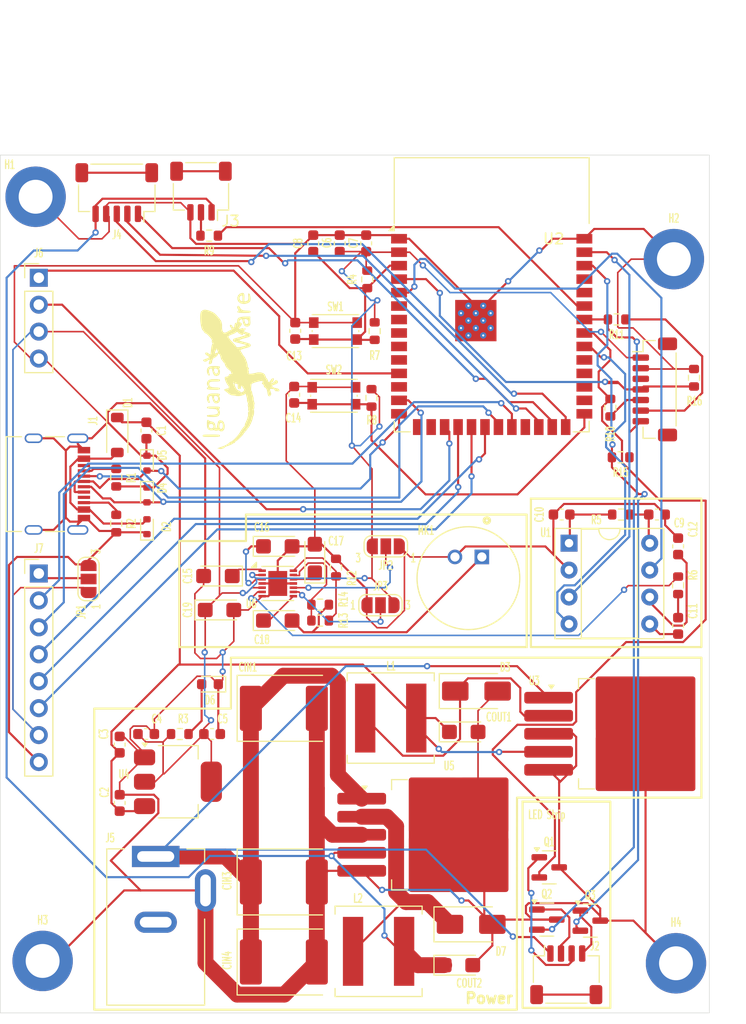
<source format=kicad_pcb>
(kicad_pcb (version 20240108) (generator "pcbnew") (generator_version "8.0")
  (layers (0 "F.Cu" signal) (31 "B.Cu" signal) (34 "B.Paste" user) (35 "F.Paste" user) (36 "B.SilkS" user "B.Silkscreen") (37 "F.SilkS" user "F.Silkscreen") (38 "B.Mask" user) (39 "F.Mask" user) (44 "Edge.Cuts" user))
  (net 0 "")
  (net 1 "ESP_3V3")
  (net 2 "CHIP_PU")
  (net 3 "Net-(U1-CKIN)")
  (net 4 "VDD_EQ")
  (net 5 "Net-(C11-Pad1)")
  (net 6 "Net-(U1-IN)")
  (net 7 "Net-(U1-GND)")
  (net 8 "GPIO0")
  (net 10 "PER_5V")
  (net 12 "Net-(U6-CT)")
  (net 14 "Net-(U6-CG)")
  (net 17 "Net-(U6-BIAS)")
  (net 19 "LED_R")
  (net 21 "Net-(C18-Pad2)")
  (net 22 "Net-(U6-MICIN)")
  (net 23 "Net-(J3-Pin_2)")
  (net 24 "MAT_CLK")
  (net 25 "MAT_DIN")
  (net 26 "MAT_CS")
  (net 27 "DISP_SDA")
  (net 29 "LED_G")
  (net 30 "LED_B")
  (net 33 "DISP_SCL")
  (net 38 "Net-(J7-Pin_1)")
  (net 39 "TFT_RST")
  (net 40 "TFT_MOSI")
  (net 41 "TFT_DC")
  (net 42 "TFT_SCLK")
  (net 43 "Net-(J1-CC1)")
  (net 45 "Net-(J1-CC2)")
  (net 46 "TFT_CS")
  (net 47 "<NO NET>")
  (net 48 "VCC_5V")
  (net 49 "RGB_R")
  (net 50 "Net-(D1-A)")
  (net 51 "Net-(D3-K)")
  (net 52 "D-")
  (net 53 "D+")
  (net 54 "Net-(D6-A)")
  (net 55 "RGB_G")
  (net 56 "RGB_B")
  (net 57 "GAIN")
  (net 58 "EQ_DATA")
  (net 59 "EQ_STROBE")
  (net 60 "EQ_RESET")
  (net 61 "AR")
  (net 62 "AUDIO")
  (net 63 "LED_ADDR")
  (net 64 "Net-(R10-Pad1)")
  (net 65 "CMD_BTN")
  (net 66 "Net-(U6-TH)")
  (net 67 "Net-(U6-MICBIAS)")
  (net 71 "VCC_12V")
  (net 72 "Net-(D7-K)")
  (net 73 "unconnected-(J2-MountPin-PadMP)")
  (net 74 "unconnected-(J4-MountPin-PadMP)")
  (net 75 "unconnected-(J3-MountPin-PadMP)")
  (net 76 "Net-(R11-Pad1)")
  (net 77 "Net-(R15-Pad1)")
  (footprint "Capacitor_Tantalum_SMD:CP_EIA-7360-38_Kemet-E" (layer "F.Cu") (at 134.1375 101.475)
    (property "Reference" "CIN1")
    (property "Value" "330uF")
  )
  (footprint "CMA-4544PF-W:MIC_CMA-4544PF-W" (layer "F.Cu") (at 151.5625 89.2 90)
    (property "Reference" "MK1")
    (property "Value" "CMA-4544PF-W")
  )
  (footprint "Connector_PinHeader_2.54mm:PinHeader_1x04_P2.54mm_Vertical" (layer "F.Cu") (at 111 60.87)
    (property "Reference" "J6")
    (property "Value" "SSD1306")
  )
  (footprint "MountingHole:MountingHole_3.2mm_M3_ISO7380_Pad" (layer "F.Cu") (at 170.9625 59.115)
    (property "Reference" "H2")
    (property "Value" "Hole_Pad")
  )
  (footprint "Resistor_SMD:R_0603_1608Metric" (layer "F.Cu") (at 165.5625 64.8 180)
    (property "Reference" "R11")
    (property "Value" "330")
  )
  (footprint "Capacitor_SMD:C_0603_1608Metric" (layer "F.Cu") (at 127.3625 103.9)
    (property "Reference" "C5")
    (property "Value" "0.1uF")
  )
  (footprint "Diode_SMD:D_SOD-123" (layer "F.Cu") (at 118.4125 75.7 -90)
    (property "Reference" "D1")
    (property "Value" "1N5819HW-7-F")
  )
  (footprint "Resistor_SMD:R_0603_1608Metric" (layer "F.Cu") (at 137.5625 91.7)
    (property "Reference" "R14")
    (property "Value" "2.2k")
  )
  (footprint "Resistor_SMD:R_0603_1608Metric" (layer "F.Cu") (at 172.8625 70.3 -90)
    (property "Reference" "R16")
    (property "Value" "1k")
  )
  (footprint "LED_SMD:LED_0603_1608Metric" (layer "F.Cu") (at 127.1625 99.2 180)
    (property "Reference" "D6")
    (property "Value" "LED")
  )
  (footprint "Connector_BarrelJack:BarrelJack_Kycon_KLDX-0202-xC_Horizontal" (layer "F.Cu") (at 122.0375 115.45 90)
    (property "Reference" "J5")
    (property "Value" "Barrel Jack")
  )
  (footprint "Capacitor_SMD:C_0603_1608Metric" (layer "F.Cu") (at 160.3625 83.2 180)
    (property "Reference" "C10")
    (property "Value" "0.1uF")
  )
  (footprint "Connector_PinHeader_2.54mm:PinHeader_1x08_P2.54mm_Vertical" (layer "F.Cu") (at 111 88.76)
    (property "Reference" "J7")
    (property "Value" "TFT")
  )
  (footprint "Capacitor_Tantalum_SMD:CP_EIA-3216-18_Kemet-A" (layer "F.Cu") (at 128.0625 92.2)
    (property "Reference" "C19")
    (property "Value" "1uF")
  )
  (footprint "Capacitor_SMD:C_0603_1608Metric" (layer "F.Cu") (at 171.3625 93.7 -90)
    (property "Reference" "C11")
    (property "Value" "0.1uF")
  )
  (footprint "Package_TO_SOT_SMD:SOT-23" (layer "F.Cu") (at 158.9675 121.4)
    (property "Reference" "Q2")
    (property "Value" "IRFML8244")
  )
  (footprint "Resistor_SMD:R_0603_1608Metric" (layer "F.Cu") (at 124.3125 103.9)
    (property "Reference" "R3")
    (property "Value" "56")
  )
  (footprint "Capacitor_SMD:C_0603_1608Metric" (layer "F.Cu") (at 135.2125 65.875 90)
    (property "Reference" "C13")
    (property "Value" "0.1uF")
  )
  (footprint "Package_TO_SOT_SMD:TO-263-5_TabPin3" (layer "F.Cu") (at 149.1375 113.4)
    (property "Reference" "U5")
    (property "Value" "LM2596S-5")
  )
  (footprint "Capacitor_SMD:C_0603_1608Metric" (layer "F.Cu") (at 135.1125 71.9 90)
    (property "Reference" "C14")
    (property "Value" "0.1uF")
  )
  (footprint "Capacitor_Tantalum_SMD:CP_EIA-7360-38_Kemet-E" (layer "F.Cu") (at 134.1375 125.4)
    (property "Reference" "CIN4")
    (property "Value" "330uF")
  )
  (footprint "Resistor_SMD:R_0603_1608Metric" (layer "F.Cu") (at 164.9625 73.125 90)
    (property "Reference" "R10")
    (property "Value" "330")
  )
  (footprint "Resistor_SMD:R_0603_1608Metric" (layer "F.Cu") (at 139.0625 88.2 90)
    (property "Reference" "R12")
    (property "Value" "100k")
  )
  (footprint "Capacitor_Tantalum_SMD:CP_EIA-3216-18_Kemet-A" (layer "F.Cu") (at 150.6225 125.7)
    (property "Reference" "COUT2")
    (property "Value" "220uF")
  )
  (footprint "Capacitor_SMD:C_0603_1608Metric" (layer "F.Cu") (at 136.9125 57.625 90)
    (property "Reference" "C8")
    (property "Value" "1uF")
  )
  (footprint "Capacitor_SMD:C_0603_1608Metric" (layer "F.Cu") (at 121.1375 103.9)
    (property "Reference" "C4")
    (property "Value" "10uF")
  )
  (footprint "Inductor_SMD:L_Coilcraft_XAL7070-XXX" (layer "F.Cu") (at 143.0825 124.395)
    (property "Reference" "L2")
    (property "Value" "3uH")
  )
  (footprint "Connector_JST:JST_SH_SM05B-SRSS-TB_1x05-1MP_P1.00mm_Horizontal" (layer "F.Cu") (at 118.3625 52.84 180)
    (property "Reference" "J4")
    (property "Value" "LED MATRIX")
  )
  (footprint "Package_DFN_QFN:DFN-14-1EP_3x3mm_P0.4mm_EP1.78x2.35mm" (layer "F.Cu") (at 133.5625 89.7)
    (property "Reference" "U6")
    (property "Value" "MAX9814")
  )
  (footprint "Resistor_SMD:R_0603_1608Metric" (layer "F.Cu") (at 165.9625 83.2 180)
    (property "Reference" "R5")
    (property "Value" "200k")
  )
  (footprint "Diode_SMD:D_SOD-523" (layer "F.Cu") (at 121.2125 84.35 90)
    (property "Reference" "D2")
    (property "Value" "LESD5D5.0CT1G")
  )
  (footprint "Capacitor_SMD:C_0603_1608Metric" (layer "F.Cu") (at 121.1625 75.275 -90)
    (property "Reference" "C1")
    (property "Value" "10uF")
  )
  (footprint "Package_TO_SOT_SMD:SOT-23" (layer "F.Cu") (at 159.1925 116.475)
    (property "Reference" "Q1")
    (property "Value" "IRFML8244" (hide yes))
  )
  (footprint "Capacitor_Tantalum_SMD:CP_EIA-3216-18_Kemet-A" (layer "F.Cu") (at 137.0625 87.35 90)
    (property "Reference" "C17")
    (property "Value" "0.47uF")
  )
  (footprint "MountingHole:MountingHole_3.2mm_M3_ISO7380_Pad" (layer "F.Cu") (at 110.7 53.23)
    (property "Reference" "H1")
    (property "Value" "Hole_Pad")
  )
  (footprint "Jumper:SolderJumper-3_P1.3mm_Open_RoundedPad1.0x1.5mm_NumberLabels" (layer "F.Cu") (at 143.7625 86.2 180)
    (property "Reference" "JP2")
    (property "Value" "MIC GAIN")
  )
  (footprint "Diode_SMD:D_SOD-523" (layer "F.Cu") (at 121.2125 78.35 -90)
    (property "Reference" "D5")
    (property "Value" "LESD5D5.0CT1G" (hide yes))
  )
  (footprint "Package_TO_SOT_SMD:TO-263-5_TabPin3" (layer "F.Cu") (at 166.7875 103.875)
    (property "Reference" "U3")
    (property "Value" "LM2596S-5")
  )
  (footprint "Resistor_SMD:R_0603_1608Metric" (layer "F.Cu") (at 127.0875 56.9 180)
    (property "Reference" "R9")
    (property "Value" "330")
  )
  (footprint "Connector_USB:USB_C_Receptacle_Palconn_UTC16-G" (layer "F.Cu") (at 112.7525 80.33 -90)
    (property "Reference" "J1")
    (property "Value" "USB_C")
  )
  (footprint "LOGO" (layer "F.Cu") (at 129.9 69.7 90)
    (property "Reference" "G***")
    (property "Value" "LOGO" (hide yes))
  )
  (footprint "Button_Switch_SMD:SW_Push_1P1T_NO_CK_KMR2" (layer "F.Cu") (at 138.8625 72)
    (property "Reference" "SW2")
    (property "Value" "SW_DIP_x01")
  )
  (footprint "Connector_JST:JST_SH_SM03B-SRSS-TB_1x03-1MP_P1.00mm_Horizontal" (layer "F.Cu") (at 126.3125 52.7 180)
    (property "Reference" "J3")
    (property "Value" "LED ADDR")
  )
  (footprint "Resistor_SMD:R_0603_1608Metric" (layer "F.Cu") (at 165.9375 77.8 180)
    (property "Reference" "R15")
    (property "Value" "330")
  )
  (footprint "MountingHole:MountingHole_3.2mm_M3_ISO7380_Pad" (layer "F.Cu") (at 111.3625 125.3)
    (property "Reference" "H3")
    (property "Value" "Hole_Pad")
  )
  (footprint "Capacitor_SMD:C_0603_1608Metric" (layer "F.Cu") (at 141.9125 57.625 90)
    (property "Reference" "C7")
    (property "Value" "0.1uF")
  )
  (footprint "Capacitor_SMD:C_0603_1608Metric" (layer "F.Cu") (at 118.6375 110.4 90)
    (property "Reference" "C2")
    (property "Value" "10uF")
  )
  (footprint "Package_TO_SOT_SMD:SOT-223-3_TabPin2" (layer "F.Cu") (at 124.1375 108.4)
    (property "Reference" "U4")
    (property "Value" "AMS1117-3.3")
  )
  (footprint "Jumper:SolderJumper-3_P1.3mm_Open_RoundedPad1.0x1.5mm_NumberLabels" (layer "F.Cu") (at 143.2625 91.75)
    (property "Reference" "JP3")
    (property "Value" "ATT : REL")
  )
  (footprint "Diode_SMD:D_SMA" (layer "F.Cu") (at 152.3225 99.85)
    (property "Reference" "D3")
    (property "Value" "SK32")
  )
  (footprint "Capacitor_SMD:C_0603_1608Metric" (layer "F.Cu") (at 169.3625 83.2 180)
    (property "Reference" "C9")
    (property "Value" "33pF")
  )
  (footprint "Resistor_SMD:R_0603_1608Metric" (layer "F.Cu") (at 142.0125 61.025 90)
    (property "Reference" "R4")
    (property "Value" "10k")
  )
  (footprint "Capacitor_Tantalum_SMD:CP_EIA-3216-18_Kemet-A" (layer "F.Cu") (at 133.5625 93.2)
    (property "Reference" "C18")
    (property "Value" "0.1uF")
  )
  (footprint "Capacitor_Tantalum_SMD:CP_EIA-3216-18_Kemet-A" (layer "F.Cu") (at 151.1225 103.7)
    (property "Reference" "COUT1")
    (property "Value" "220uF")
  )
  (footprint "Jumper:SolderJumper-3_P1.3mm_Open_RoundedPad1.0x1.5mm_NumberLabels" (layer "F.Cu") (at 115.7 89.28 90)
    (property "Reference" "JP1")
    (property "Value" "TFT BKL")
  )
  (footprint "Capacitor_Tantalum_SMD:CP_EIA-3216-18_Kemet-A" (layer "F.Cu") (at 127.9125 89 180)
    (property "Reference" "C15")
    (property "Value" "22nF - 1uF")
  )
  (footprint "Resistor_SMD:R_0603_1608Metric" (layer "F.Cu") (at 142.4125 72.2 90)
    (property "Reference" "R8")
    (property "Value" "10k")
  )
  (footprint "Resistor_SMD:R_0603_1608Metric" (layer "F.Cu") (at 142.7125 65.9 90)
    (property "Reference" "R7")
    (property "Value" "10k")
  )
  (footprint "Resistor_SMD:R_0603_1608Metric" (layer "F.Cu") (at 171.3625 89.875 90)
    (property "Reference" "R6")
    (property "Value" "22k")
  )
  (footprint "Capacitor_Tantalum_SMD:CP_EIA-3216-18_Kemet-A" (layer "F.Cu") (at 133.5625 86.2)
    (property "Reference" "C16")
    (property "Value" "2.2uF")
  )
  (footprint "Package_TO_SOT_SMD:SOT-23" (layer "F.Cu") (at 163.0675 121.5)
    (property "Reference" "Q3")
    (property "Value" "IRFML8244" (hide yes))
  )
  (footprint "Connector_JST:JST_SH_SM04B-SRSS-TB_1x04-1MP_P1.00mm_Horizontal" (layer "F.Cu") (at 160.805 126.6)
    (property "Reference" "J2")
    (property "Value" "RGB LED")
  )
  (footprint "Diode_SMD:D_SOD-523" (layer "F.Cu") (at 121.2125 81.35 -90)
    (property "Reference" "D4")
    (property "Value" "LESD5D5.0CT1G" (hide yes))
  )
  (footprint "Inductor_SMD:L_Coilcraft_XAL7070-XXX" (layer "F.Cu") (at 144.2275 102.395)
    (property "Reference" "L1")
    (property "Value" "3uH")
  )
  (footprint "Capacitor_SMD:C_0603_1608Metric" (layer "F.Cu") (at 139.4125 57.625 90)
    (property "Reference" "C6")
    (property "Value" "10uF")
  )
  (footprint "Resistor_SMD:R_0603_1608Metric" (layer "F.Cu") (at 118.3125 84.05 -90)
    (property "Reference" "R2")
    (property "Value" "5.1K")
  )
  (footprint "Capacitor_SMD:C_0603_1608Metric" (layer "F.Cu") (at 171.3625 86.2 90)
    (property "Reference" "C12")
    (property "Value" "0.1uF")
  )
  (footprint "Capacitor_SMD:C_0603_1608Metric" (layer "F.Cu") (at 118.6375 104.9 90)
    (property "Reference" "C3")
    (property "Value" "0.1uF")
  )
  (footprint "Resistor_SMD:R_0603_1608Metric" (layer "F.Cu") (at 137.5625 93.2)
    (property "Reference" "R13")
    (property "Value" "150k")
  )
  (footprint "RF_Module:ESP32-S3-WROOM-1" (layer "F.Cu") (at 153.7625 62.45)
    (property "Reference" "U2")
    (property "Value" "ESP32-S3-WROOM-1")
  )
  (footprint "Resistor_SMD:R_0603_1608Metric" (layer "F.Cu") (at 118.3125 79.725 -90)
    (property "Reference" "R1")
    (property "Value" "5.1K")
  )
  (footprint "Button_Switch_SMD:SW_Push_1P1T_NO_CK_KMR2" (layer "F.Cu") (at 139.0125 65.9)
    (property "Reference" "SW1")
    (property "Value" "SW_DIP_x01")
  )
  (footprint "Diode_SMD:D_SMA" (layer "F.Cu") (at 151.8225 121.85)
    (property "Reference" "D7")
    (property "Value" "SK32")
  )
  (footprint "IguanaLibrary:SW_RGB_JST_SH" (layer "F.Cu") (at 169.3125 71.35 -90)
    (property "Reference" "SW3" (hide yes))
    (property "Value" "CMD BTN")
  )
  (footprint "Capacitor_Tantalum_SMD:CP_EIA-7360-38_Kemet-E" (layer "F.Cu") (at 134.1375 117.85)
    (property "Reference" "CIN3")
    (property "Value" "330uF")
  )
  (footprint "Package_DIP:DIP-8_W7.62mm_Socket" (layer "F.Cu") (at 161.0625 85.9)
    (property "Reference" "U1")
    (property "Value" "MSGEQ7")
  )
  (footprint "MountingHole:MountingHole_3.2mm_M3_ISO7380_Pad" (layer "F.Cu") (at 171.1625 125.52)
    (property "Reference" "H4")
    (property "Value" "Hole_Pad")
  )
  (gr_poly (pts (xy 116.2375 129.9) (xy 156.1375 129.9) (xy 156.15256 109.899917) (xy 173.5625 109.9) (xy 173.5625 96.7) (xy 138.4375 96.7) (xy 129.1375 96.7) (xy 129.1375 101.5) (xy 116.2375 101.5)) (stroke (width 0.2)) (fill none) (layer "F.SilkS"))
  (gr_rect (start 157.4625 81.7) (end 173.5625 95.7) (stroke (width 0.2)) (fill none) (layer "F.SilkS"))
  (gr_rect (start 156.68 110.275) (end 164.9625 129.725) (stroke (width 0.2)) (fill none) (layer "F.SilkS"))
  (gr_poly (pts (xy 157.0625 83.2) (xy 157.0625 95.7) (xy 124.2625 95.7) (xy 124.2625 85.7) (xy 130.5625 85.7) (xy 130.5625 83.2)) (stroke (width 0.2)) (fill none) (layer "F.SilkS"))
  (gr_rect (start 107.3625 49.3) (end 174.3125 130.2) (stroke (width 0.05)) (fill none) (layer "Edge.Cuts"))
  (gr_text "Power" (at 151.1375 129.4 0) (layer "F.SilkS") (effects (font (size 1 1) (thickness 0.3) (bold yes)) (justify left bottom)))
  (gr_text "LED Strip" (at 157.13 111.975 0) (layer "F.SilkS") (effects (font (size 0.8 0.5) (thickness 0.125) (bold yes)) (justify left bottom)))
  (segment (start 110.2625 65.95) (end 115.209619 65.95) (width 0.15) (layer "F.Cu") (net 1))
  (segment (start 142.8625 63) (end 142.9625 63) (width 0.15) (layer "F.Cu") (net 1))
  (segment (start 143.1625 72.125) (end 142.4125 71.375) (width 0.15) (layer "F.Cu") (net 1))
  (segment (start 142.0725 58.46) (end 145.0125 58.46) (width 0.15) (layer "F.Cu") (net 1))
  (segment (start 142.7125 63.15) (end 142.8625 63) (width 0.15) (layer "F.Cu") (net 1))
  (segment (start 130.607264 90.6) (end 131.107264 90.1) (width 0.15) (layer "F.Cu") (net 1))
  (segment (start 142.4625 78.9) (end 140.5625 76.7) (width 0.15) (layer "F.Cu") (net 1))
  (segment (start 142.7125 65.075) (end 142.7125 63.15) (width 0.15) (layer "F.Cu") (net 1))
  (segment (start 142.4125 89.2) (end 142.4625 89.25) (width 0.15) (layer "F.Cu") (net 1))
  (segment (start 147.2625 59.7) (end 146.0225 58.46) (width 0.15) (layer "F.Cu") (net 1))
  (segment (start 126.7125 92.2) (end 126.7125 96.15) (width 0.15) (layer "F.Cu") (net 1))
  (segment (start 122.7375 107.65) (end 122.7375 104.65) (width 0.15) (layer "F.Cu") (net 1))
  (segment (start 142.4625 86.2) (end 142.4625 78.9) (width 0.15) (layer "F.Cu") (net 1))
  (segment (start 115.209619 65.95) (end 128.0625 78.802881) (width 0.15) (layer "F.Cu") (net 1))
  (segment (start 127.2625 102.7) (end 126.5875 103.375) (width 0.15) (layer "F.Cu") (net 1))
  (segment (start 142.4625 86.2) (end 142.4625 89.25) (width 0.15) (layer "F.Cu") (net 1))
  (segment (start 127.2875 108.4) (end 127.2875 104.6) (width 0.15) (layer "F.Cu") (net 1))
  (segment (start 120.3625 103.9) (end 121.1125 104.65) (width 0.15) (layer "F.Cu") (net 1))
  (segment (start 128.0625 90.85) (end 126.7125 92.2) (width 0.15) (layer "F.Cu") (net 1))
  (segment (start 127.2625 102.6) (end 127.2625 102.7) (width 0.15) (layer "F.Cu") (net 1))
  (segment (start 141.4625 58.4) (end 141.9125 58.4) (width 0.15) (layer "F.Cu") (net 1))
  (segment (start 142.4625 89.25) (end 144.5625 91.35) (width 0.15) (layer "F.Cu") (net 1))
  (segment (start 164.080695 65.969666) (end 166.511029 68.4) (width 0.15) (layer "F.Cu") (net 1))
  (segment (start 121.9875 108.4) (end 122.7375 107.65) (width 0.15) (layer "F.Cu") (net 1))
  (segment (start 141.9125 58.4) (end 142.0125 58.4) (width 0.15) (layer "F.Cu") (net 1))
  (segment (start 141.7625 89.2) (end 142.4125 89.2) (width 0.15) (layer "F.Cu") (net 1))
  (segment (start 139.4125 58.4) (end 141.9125 58.4) (width 0.15) (layer "F.Cu") (net 1))
  (segment (start 166.511029 68.4) (end 167.8375 68.4) (width 0.15) (layer "F.Cu") (net 1))
  (segment (start 121.1125 104.65) (end 122.7375 104.65) (width 0.15) (layer "F.Cu") (net 1))
  (segment (start 141.9125 60.1) (end 142.0125 60.2) (width 0.15) (layer "F.Cu") (net 1))
  (segment (start 122.8375 107.65) (end 122.7375 107.65) (width 0.15) (layer "F.Cu") (net 1))
  (segment (start 126.7125 96.15) (end 126.6625 96.2) (width 0.15) (layer "F.Cu") (net 1))
  (segment (start 109.2925 90.095) (end 108.5625 90.825) (width 0.15) (layer "F.Cu") (net 1))
  (segment (start 139.611765 60.250735) (end 141.4625 58.4) (width 0.15) (layer "F.Cu") (net 1))
  (segment (start 120.9875 108.4) (end 121.9875 108.4) (width 0.15) (layer "F.Cu") (net 1))
  (segment (start 128.3125 90.6) (end 126.7125 92.2) (width 0.15) (layer "F.Cu") (net 1))
  (segment (start 146.0225 58.46) (end 145.0125 58.46) (width 0.15) (layer "F.Cu") (net 1))
  (segment (start 108.5625 90.825) (end 108.5625 101.5625) (width 0.15) (layer "F.Cu") (net 1))
  (segment (start 115.215 90.095) (end 109.2925 90.095) (width 0.15) (layer "F.Cu") (net 1))
  (segment (start 122.7375 104.65) (end 123.4875 103.9) (width 0.15) (layer "F.Cu") (net 1))
  (segment (start 130.2625 90.6) (end 128.3125 90.6) (width 0.15) (layer "F.Cu") (net 1))
  (segment (start 126.5875 103.375) (end 126.5875 103.9) (width 0.15) (layer "F.Cu") (net 1))
  (segment (start 115.7 90.58) (end 115.215 90.095) (width 0.15) (layer "F.Cu") (net 1))
  (segment (start 126.5875 103.9) (end 122.8375 107.65) (width 0.15) (layer "F.Cu") (net 1))
  (segment (start 141.9125 58.4) (end 141.9125 60.1) (width 0.15) (layer "F.Cu") (net 1))
  (segment (start 132.0875 88.9) (end 131.1625 88.9) (width 0.15) (layer "F.Cu") (net 1))
  (segment (start 144.5625 91.35) (end 144.5625 91.75) (width 0.15) (layer "F.Cu") (net 1))
  (segment (start 130.2625 90.6) (end 130.607264 90.6) (width 0.15) (layer "F.Cu") (net 1))
  (segment (start 128.0625 78.802881) (end 128.0625 90.85) (width 0.15) (layer "F.Cu") (net 1))
  (segment (start 143.1625 74.9) (end 143.1625 72.125) (width 0.15) (layer "F.Cu") (net 1))
  (segment (start 142.0125 58.4) (end 142.0725 58.46) (width 0.15) (layer "F.Cu") (net 1))
  (segment (start 127.2875 104.6) (end 126.5875 103.9) (width 0.15) (layer "F.Cu") (net 1))
  (segment (start 131.107264 90.1) (end 132.0875 90.1) (width 0.15) (layer "F.Cu") (net 1))
  (segment (start 108.5625 101.5625) (end 111 104) (width 0.15) (layer "F.Cu") (net 1))
  (via (at 140.5625 76.7) (size 0.6) (drill 0.3) (layers "F.Cu" "B.Cu") (net 1))
  (via (at 127.2625 102.6) (size 0.6) (drill 0.3) (layers "F.Cu" "B.Cu") (net 1))
  (via (at 164.080695 65.969666) (size 0.6) (drill 0.3) (layers "F.Cu" "B.Cu") (net 1))
  (via (at 139.611765 60.250735) (size 0.6) (drill 0.3) (layers "F.Cu" "B.Cu") (net 1))
  (via (at 147.2625 59.7) (size 0.6) (drill 0.3) (layers "F.Cu" "B.Cu") (net 1))
  (via (at 131.1625 88.9) (size 0.6) (drill 0.3) (layers "F.Cu" "B.Cu") (net 1))
  (via (at 130.2625 90.6) (size 0.6) (drill 0.3) (layers "F.Cu" "B.Cu") (net 1))
  (via (at 141.7625 89.2) (size 0.6) (drill 0.3) (layers "F.Cu" "B.Cu") (net 1))
  (via (at 142.9625 63) (size 0.6) (drill 0.3) (layers "F.Cu" "B.Cu") (net 1))
  (via (at 143.1625 74.9) (size 0.6) (drill 0.3) (layers "F.Cu" "B.Cu") (net 1))
  (via (at 126.6625 96.2) (size 0.6) (drill 0.3) (layers "F.Cu" "B.Cu") (net 1))
  (segment (start 159.329093 62.266593) (end 149.829093 62.266593) (width 0.15) (layer "B.Cu") (net 1))
  (segment (start 149.829093 62.266593) (end 147.2625 59.7) (width 0.15) (layer "B.Cu") (net 1))
  (segment (start 140.5625 76.7) (end 140.5625 65.4) (width 0.15) (layer "B.Cu") (net 1))
  (segment (start 130.2625 90.6) (end 130.607264 90.6) (width 0.15) (layer "B.Cu") (net 1))
  (segment (start 142.36103 63) (end 142.9625 63) (width 0.15) (layer "B.Cu") (net 1))
  (segment (start 108.5625 67.65) (end 110.2625 65.95) (width 0.15) (layer "B.Cu") (net 1))
  (segment (start 163.0625 65.969666) (end 163.032166 65.969666) (width 0.15) (layer "B.Cu") (net 1))
  (segment (start 126.6625 102.1) (end 127.2625 102.6) (width 0.15) (layer "B.Cu") (net 1))
  (segment (start 131.5625 89.212466) (end 141.650034 89.212466) (width 0.15) (layer "B.Cu") (net 1))
  (segment (start 131.1625 88.9) (end 131.474966 89.212466) (width 0.15) (layer "B.Cu") (net 1))
  (segment (start 131.5625 89.644764) (end 131.5625 89.212466) (width 0.15) (layer "B.Cu") (net 1))
  (segment (start 126.6625 96.2) (end 126.6625 102.1) (width 0.15) (layer "B.Cu") (net 1))
  (segment (start 139.611765 60.250735) (end 142.36103 63) (width 0.15) (layer "B.Cu") (net 1))
  (segment (start 111 104) (end 108.5625 101.5625) (width 0.15) (layer "B.Cu") (net 1))
  (segment (start 141.650034 89.212466) (end 141.7625 89.2) (width 0.15) (layer "B.Cu") (net 1))
  (segment (start 131.474966 89.212466) (end 131.5625 89.212466) (width 0.15) (layer "B.Cu") (net 1))
  (segment (start 130.607264 90.6) (end 131.5625 89.644764) (width 0.15) (layer "B.Cu") (net 1))
  (segment (start 143.1625 74.9) (end 141.3625 76.7) (width 0.15) (layer "B.Cu") (net 1))
  (segment (start 140.5625 65.4) (end 142.9625 63) (width 0.15) (layer "B.Cu") (net 1))
  (segment (start 163.032166 65.969666) (end 159.329093 62.266593) (width 0.15) (layer "B.Cu") (net 1))
  (segment (start 164.080695 65.969666) (end 163.0625 65.969666) (width 0.15) (layer "B.Cu") (net 1))
  (segment (start 141.3625 76.7) (end 140.5625 76.7) (width 0.15) (layer "B.Cu") (net 1))
  (segment (start 108.5625 101.5625) (end 108.5625 67.65) (width 0.15) (layer "B.Cu") (net 1))
  (segment (start 141.7625 89.2) (end 141.6625 89.2) (width 0.15) (layer "B.Cu") (net 1))
  (segment (start 136.9125 66.65) (end 136.9625 66.7) (width 0.2) (layer "F.Cu") (net 2))
  (segment (start 142.7125 66.725) (end 141.0875 66.725) (width 0.2) (layer "F.Cu") (net 2))
  (segment (start 141.0875 66.725) (end 141.0625 66.7) (width 0.2) (layer "F.Cu") (net 2))
  (segment (start 142.0125 61.85) (end 144.1325 59.73) (width 0.2) (layer "F.Cu") (net 2))
  (segment (start 140.3625 61.85) (end 142.0125 61.85) (width 0.2) (layer "F.Cu") (net 2))
  (segment (start 141.8125 62.05) (end 142.0125 61.85) (width 0.2) (layer "F.Cu") (net 2))
  (segment (start 141.0625 66.7) (end 141.8125 65.95) (width 0.2) (layer "F.Cu") (net 2))
  (segment (start 136.9125 58.4) (end 140.3625 61.85) (width 0.2) (layer "F.Cu") (net 2))
  (segment (start 141.8125 65.95) (end 141.8125 62.05) (width 0.2) (layer "F.Cu") (net 2))
  (segment (start 135.2125 66.65) (end 136.9125 66.65) (width 0.2) (layer "F.Cu") (net 2))
  (segment (start 144.1325 59.73) (end 145.0125 59.73) (width 0.2) (layer "F.Cu") (net 2))
  (segment (start 141.0625 66.7) (end 136.9625 66.7) (width 0.2) (layer "F.Cu") (net 2))
  (segment (start 168.5875 83.2) (end 168.5875 85.805) (width 0.2) (layer "F.Cu") (net 3))
  (segment (start 166.7875 83.2) (end 168.5875 83.2) (width 0.2) (layer "F.Cu") (net 3))
  (segment (start 168.5875 85.805) (end 168.6825 85.9) (width 0.2) (layer "F.Cu") (net 3))
  (segment (start 161.1375 83.2) (end 161.1375 85.825) (width 0.2) (layer "F.Cu") (net 4))
  (segment (start 161.1375 83.2) (end 165.1375 83.2) (width 0.2) (layer "F.Cu") (net 4))
  (segment (start 161.1375 85.825) (end 161.0625 85.9) (width 0.2) (layer "F.Cu") (net 4))
  (segment (start 171.3625 90.7) (end 171.3625 92.925) (width 0.2) (layer "F.Cu") (net 5))
  (segment (start 169.6375 94.475) (end 168.6825 93.52) (width 0.2) (layer "F.Cu") (net 6))
  (segment (start 171.3625 94.475) (end 169.6375 94.475) (width 0.2) (layer "F.Cu") (net 6))
  (segment (start 172.1625 93.348696) (end 172.1625 87.775) (width 0.2) (layer "F.Cu") (net 7))
  (segment (start 171.836196 93.675) (end 172.1625 93.348696) (width 0.2) (layer "F.Cu") (net 7))
  (segment (start 172.1625 87.775) (end 171.3625 86.975) (width 0.2) (layer "F.Cu") (net 7))
  (segment (start 168.6825 90.98) (end 168.6825 91.468696) (width 0.2) (layer "F.Cu") (net 7))
  (segment (start 170.888804 93.675) (end 171.836196 93.675) (width 0.2) (layer "F.Cu") (net 7))
  (segment (start 168.6825 91.468696) (end 170.888804 93.675) (width 0.2) (layer "F.Cu") (net 7))
  (segment (start 162.5125 74.985) (end 156.1975 81.3) (width 0.2) (layer "F.Cu") (net 8))
  (segment (start 162.5125 73.7) (end 162.5125 74.985) (width 0.2) (layer "F.Cu") (net 8))
  (segment (start 136.6875 72.675) (end 136.8125 72.8) (width 0.2) (layer "F.Cu") (net 8))
  (segment (start 147.513971 81.3) (end 142.4125 76.198529) (width 0.2) (layer "F.Cu") (net 8))
  (segment (start 135.1125 72.675) (end 136.6875 72.675) (width 0.2) (layer "F.Cu") (net 8))
  (segment (start 142.4125 76.198529) (end 142.4125 73.025) (width 0.2) (layer "F.Cu") (net 8))
  (segment (start 140.9125 72.8) (end 142.1875 72.8) (width 0.2) (layer "F.Cu") (net 8))
  (segment (start 136.8125 72.8) (end 140.9125 72.8) (width 0.2) (layer "F.Cu") (net 8))
  (segment (start 156.1975 81.3) (end 147.513971 81.3) (width 0.2) (layer "F.Cu") (net 8))
  (segment (start 142.1875 72.8) (end 142.4125 73.025) (width 0.2) (layer "F.Cu") (net 8))
  (segment (start 145.4925 124.555) (end 145.5625 124.625) (width 0.2) (layer "F.Cu") (net 10))
  (segment (start 145.1325 124.395) (end 143.6375 122.9) (width 0.2) (layer "F.Cu") (net 10))
  (segment (start 149.2725 125.7) (end 146.7975 125.7) (width 1.5) (layer "F.Cu") (net 10))
  (segment (start 138.6375 115.4) (end 138.9375 115.1) (width 0.2) (layer "F.Cu") (net 10))
  (segment (start 116.3625 56.6) (end 116.3625 54.84) (width 0.2) (layer "F.Cu") (net 10))
  (segment (start 127.3125 54.7) (end 127.3125 53.925001) (width 0.2) (layer "F.Cu") (net 10))
  (segment (start 127.3125 53.925001) (end 126.802499 53.415) (width 0.2) (layer "F.Cu") (net 10))
  (segment (start 126.802499 53.415) (end 117.012501 53.415) (width 0.2) (layer "F.Cu") (net 10))
  (segment (start 145.4925 124.395) (end 145.1325 124.395) (width 0.2) (layer "F.Cu") (net 10))
  (segment (start 117.012501 53.415) (end 116.3625 54.065001) (width 0.2) (layer "F.Cu") (net 10))
  (segment (start 146.1425 125.045) (end 145.4925 124.395) (width 1.5) (layer "F.Cu") (net 10))
  (segment (start 116.3625 54.065001) (end 116.3625 54.84) (width 0.2) (layer "F.Cu") (net 10))
  (segment (start 138.9375 115.1) (end 141.4875 115.1) (width 0.2) (layer "F.Cu") (net 10))
  (segment (start 145.4925 124.395) (end 145.4925 124.555) (width 0.2) (layer "F.Cu") (net 10))
  (segment (start 146.7975 125.7) (end 146.1425 125.045) (width 1.5) (layer "F.Cu") (net 10))
  (via (at 143.6375 122.9) (size 0.6) (drill 0.3) (layers "F.Cu" "B.Cu") (net 10))
  (via (at 138.6375 115.4) (size 0.6) (drill 0.3) (layers "F.Cu" "B.Cu") (net 10))
  (via (at 116.3625 56.6) (size 0.6) (drill 0.3) (layers "F.Cu" "B.Cu") (net 10))
  (segment (start 127.149022 115.4) (end 138.6375 115.4) (width 0.2) (layer "B.Cu") (net 10))
  (segment (start 143.6375 120.4) (end 143.6375 122.9) (width 0.2) (layer "B.Cu") (net 10))
  (segment (start 107.9625 108) (end 117.3625 117.4) (width 0.2) (layer "B.Cu") (net 10))
  (segment (start 138.6375 115.4) (end 143.6375 120.4) (width 0.2) (layer "B.Cu") (net 10))
  (segment (start 110.5325 58.3) (end 107.9625 60.87) (width 0.2) (layer "B.Cu") (net 10))
  (segment (start 107.9625 60.87) (end 107.9625 108) (width 0.2) (layer "B.Cu") (net 10))
  (segment (start 114.6625 58.3) (end 110.5325 58.3) (width 0.2) (layer "B.Cu") (net 10))
  (segment (start 117.3625 117.4) (end 125.149022 117.4) (width 0.2) (layer "B.Cu") (net 10))
  (segment (start 116.3625 56.6) (end 114.6625 58.3) (width 0.2) (layer "B.Cu") (net 10))
  (segment (start 125.149022 117.4) (end 127.149022 115.4) (width 0.2) (layer "B.Cu") (net 10))
  (segment (start 129.4125 88.85) (end 129.8875 88.375) (width 0.15) (layer "F.Cu") (net 12))
  (segment (start 129.8875 88.375) (end 131.9625 88.375) (width 0.15) (layer "F.Cu") (net 12))
  (segment (start 131.9625 88.375) (end 132.0875 88.5) (width 0.15) (layer "F.Cu") (net 12))
  (segment (start 132.0875 89.3) (end 131.504963 89.3) (width 0.15) (layer "F.Cu") (net 14))
  (segment (start 131.0625 86.2) (end 130.5625 86.7) (width 0.2) (layer "F.Cu") (net 14))
  (segment (start 131.148333 89.65663) (end 130.808171 89.65663) (width 0.15) (layer "F.Cu") (net 14))
  (segment (start 132.2125 86.2) (end 131.0625 86.2) (width 0.2) (layer "F.Cu") (net 14))
  (segment (start 131.504963 89.3) (end 131.148333 89.65663) (width 0.15) (layer "F.Cu") (net 14))
  (via (at 130.808171 89.65663) (size 0.6) (drill 0.3) (layers "F.Cu" "B.Cu") (net 14))
  (via (at 130.5625 86.7) (size 0.6) (drill 0.3) (layers "F.Cu" "B.Cu") (net 14))
  (segment (start 130.808171 89.65663) (end 130.5625 89.410959) (width 0.15) (layer "B.Cu") (net 14))
  (segment (start 130.5625 89.410959) (end 130.5625 86.7) (width 0.15) (layer "B.Cu") (net 14))
  (segment (start 137.0625 88.7) (end 136.4625 89.3) (width 0.15) (layer "F.Cu") (net 17))
  (segment (start 136.4625 89.3) (end 135.0375 89.3) (width 0.15) (layer "F.Cu") (net 17))
  (segment (start 157.2175 116.5625) (end 158.255 115.525) (width 0.2) (layer "F.Cu") (net 19))
  (segment (start 157.505 118.9) (end 157.2175 118.6125) (width 0.2) (layer "F.Cu") (net 19))
  (segment (start 161.305 125.374999) (end 161.004999 125.675) (width 0.2) (layer "F.Cu") (net 19))
  (segment (start 161.004999 125.675) (end 158.88 125.675) (width 0.2) (layer "F.Cu") (net 19))
  (segment (start 158.88 125.675) (end 157.505 124.3) (width 0.2) (layer "F.Cu") (net 19))
  (segment (start 161.305 124.6) (end 161.305 125.374999) (width 0.2) (layer "F.Cu") (net 19))
  (segment (start 157.2175 118.6125) (end 157.2175 116.5625) (width 0.2) (layer "F.Cu") (net 19))
  (via (at 157.505 118.9) (size 0.6) (drill 0.3) (layers "F.Cu" "B.Cu") (net 19))
  (via (at 157.505 124.3) (size 0.6) (drill 0.3) (layers "F.Cu" "B.Cu") (net 19))
  (segment (start 157.505 124.2) (end 157.505 118.9) (width 0.2) (layer "B.Cu") (net 19))
  (segment (start 157.505 124.3) (end 157.505 124.2) (width 0.2) (layer "B.Cu") (net 19))
  (segment (start 136.0125 94.3) (end 145.7325 94.3) (width 0.2) (layer "F.Cu") (net 21))
  (segment (start 136.825148 94.3) (end 137.4375 93.687648) (width 0.2) (layer "F.Cu") (net 21))
  (segment (start 134.9125 93.2) (end 136.0125 94.3) (width 0.2) (layer "F.Cu") (net 21))
  (segment (start 145.7325 94.3) (end 152.8325 87.2) (width 0.2) (layer "F.Cu") (net 21))
  (segment (start 137.4375 93.687648) (end 137.4375 92.65) (width 0.2) (layer "F.Cu") (net 21))
  (segment (start 137.4375 92.65) (end 138.3875 91.7) (width 0.2) (layer "F.Cu") (net 21))
  (segment (start 136.0125 94.3) (end 136.825148 94.3) (width 0.2) (layer "F.Cu") (net 21))
  (segment (start 135.0375 90.9) (end 132.7375 93.2) (width 0.15) (layer "F.Cu") (net 22))
  (segment (start 132.7375 93.2) (end 132.2125 93.2) (width 0.15) (layer "F.Cu") (net 22))
  (segment (start 126.3125 56.85) (end 126.2625 56.9) (width 0.2) (layer "F.Cu") (net 23))
  (segment (start 126.3125 54.7) (end 126.3125 56.85) (width 0.2) (layer "F.Cu") (net 23))
  (segment (start 155.411029 72.6) (end 157.6575 72.6) (width 0.2) (layer "F.Cu") (net 24))
  (segment (start 120.3625 54.84) (end 123.5975 58.075) (width 0.2) (layer "F.Cu") (net 24))
  (segment (start 132.7375 58.075) (end 134.1625 59.5) (width 0.2) (layer "F.Cu") (net 24))
  (segment (start 134.1625 59.5) (end 134.2625 59.5) (width 0.2) (layer "F.Cu") (net 24))
  (segment (start 157.6575 72.6) (end 159.4775 74.42) (width 0.2) (layer "F.Cu") (net 24))
  (segment (start 159.4775 74.42) (end 159.4775 74.95) (width 0.2) (layer "F.Cu") (net 24))
  (segment (start 123.5975 58.075) (end 132.7375 58.075) (width 0.2) (layer "F.Cu") (net 24))
  (segment (start 153.211029 70.4) (end 155.411029 72.6) (width 0.2) (layer "F.Cu") (net 24))
  (segment (start 152.2625 70.4) (end 153.211029 70.4) (width 0.2) (layer "F.Cu") (net 24))
  (via (at 134.2625 59.5) (size 0.6) (drill 0.3) (layers "F.Cu" "B.Cu") (net 24))
  (via (at 152.2625 70.4) (size 0.6) (drill 0.3) (layers "F.Cu" "B.Cu") (net 24))
  (segment (start 134.2625 59.5) (end 134.5375 59.225) (width 0.2) (layer "B.Cu") (net 24))
  (segment (start 134.5375 59.225) (end 141.0875 59.225) (width 0.2) (layer "B.Cu") (net 24))
  (segment (start 141.0875 59.225) (end 152.2625 70.4) (width 0.2) (layer "B.Cu") (net 24))
  (segment (start 131.061641 59.386043) (end 130.975598 59.3) (width 0.2) (layer "F.Cu") (net 25))
  (segment (start 118.3625 55.614999) (end 118.3625 54.84) (width 0.2) (layer "F.Cu") (net 25))
  (segment (start 155.8625 71.8) (end 158.5475 71.8) (width 0.2) (layer "F.Cu") (net 25))
  (segment (start 160.7475 74) (end 160.7475 74.95) (width 0.2) (layer "F.Cu") (net 25))
  (segment (start 122.047501 59.3) (end 118.3625 55.614999) (width 0.2) (layer "F.Cu") (net 25))
  (segment (start 158.5475 71.8) (end 160.7475 74) (width 0.2) (layer "F.Cu") (net 25))
  (segment (start 130.975598 59.3) (end 122.047501 59.3) (width 0.2) (layer "F.Cu") (net 25))
  (via (at 155.8625 71.8) (size 0.6) (drill 0.3) (layers "F.Cu" "B.Cu") (net 25))
  (via (at 131.061641 59.386043) (size 0.6) (drill 0.3) (layers "F.Cu" "B.Cu") (net 25))
  (segment (start 141.538285 57.7) (end 155.638285 71.8) (width 0.2) (layer "B.Cu") (net 25))
  (segment (start 132.713971 57.7) (end 141.538285 57.7) (width 0.2) (layer "B.Cu") (net 25))
  (segment (start 131.061641 59.35233) (end 131.061641 59.386043) (width 0.2) (layer "B.Cu") (net 25))
  (segment (start 132.713971 57.7) (end 131.061641 59.35233) (width 0.2) (layer "B.Cu") (net 25))
  (segment (start 155.638285 71.8) (end 155.8625 71.8) (width 0.2) (layer "B.Cu") (net 25))
  (segment (start 119.3625 54.84) (end 119.3625 55.614999) (width 0.2) (layer "F.Cu") (net 26))
  (segment (start 122.447501 58.7) (end 132.4625 58.8) (width 0.2) (layer "F.Cu") (net 26))
  (segment (start 156.0625 73.2) (end 156.9875 73.2) (width 0.2) (layer "F.Cu") (net 26))
  (segment (start 156.9875 73.2) (end 158.2075 74.42) (width 0.2) (layer "F.Cu") (net 26))
  (segment (start 119.3625 55.614999) (end 122.447501 58.7) (width 0.2) (layer "F.Cu") (net 26))
  (segment (start 158.2075 74.42) (end 158.2075 74.95) (width 0.2) (layer "F.Cu") (net 26))
  (via (at 132.4625 58.8) (size 0.6) (drill 0.3) (layers "F.Cu" "B.Cu") (net 26))
  (via (at 156.0625 73.2) (size 0.6) (drill 0.3) (layers "F.Cu" "B.Cu") (net 26))
  (segment (start 141.611029 58.8) (end 155.911029 73.1) (width 0.2) (layer "B.Cu") (net 26))
  (segment (start 132.4625 58.8) (end 141.611029 58.8) (width 0.2) (layer "B.Cu") (net 26))
  (segment (start 155.911029 73.1) (end 156.0625 73.2) (width 0.2) (layer "B.Cu") (net 26))
  (segment (start 156.0625 73.2) (end 156.0625 73.1) (width 0.2) (layer "B.Cu") (net 26))
  (segment (start 110.9325 60.2) (end 129.4 60.2) (width 0.2) (layer "F.Cu") (net 27))
  (segment (start 133.7 67.2) (end 136.39 69.89) (width 0.2) (layer "F.Cu") (net 27))
  (segment (start 129.4 60.2) (end 133.7 64.5) (width 0.2) (layer "F.Cu") (net 27))
  (segment (start 136.39 69.89) (end 145.0125 69.89) (width 0.2) (layer "F.Cu") (net 27))
  (segment (start 110.2625 60.87) (end 110.9325 60.2) (width 0.2) (layer "F.Cu") (net 27))
  (segment (start 133.7 64.5) (end 133.7 67.2) (width 0.2) (layer "F.Cu") (net 27))
  (segment (start 161.0925 121.209448) (end 160.333052 120.45) (width 0.2) (layer "F.Cu") (net 29))
  (segment (start 160.305 124.6) (end 160.305 123.825001) (width 0.2) (layer "F.Cu") (net 29))
  (segment (start 160.333052 120.45) (end 158.03 120.45) (width 0.2) (layer "F.Cu") (net 29))
  (segment (start 161.0925 123.037501) (end 161.0925 121.209448) (width 0.2) (layer "F.Cu") (net 29))
  (segment (start 160.305 123.825001) (end 161.0925 123.037501) (width 0.2) (layer "F.Cu") (net 29))
  (segment (start 162.13 121.071948) (end 162.13 120.55) (width 0.2) (layer "F.Cu") (net 30))
  (segment (start 162.305 124.6) (end 163.1675 123.7375) (width 0.2) (layer "F.Cu") (net 30))
  (segment (start 163.1675 122.109448) (end 162.13 121.071948) (width 0.2) (layer "F.Cu") (net 30))
  (segment (start 163.1675 123.7375) (end 163.1675 122.109448) (width 0.2) (layer "F.Cu") (net 30))
  (segment (start 149.7625 76.5) (end 149.7625 75.395) (width 0.2) (layer "F.Cu") (net 33))
  (segment (start 132.489949 82.7) (end 135.9625 82.7) (width 0.2) (layer "F.Cu") (net 33))
  (segment (start 149.7625 75.395) (end 149.3175 74.95) (width 0.2) (layer "F.Cu") (net 33))
  (segment (start 110.2625 63.41) (end 113.199949 63.41) (width 0.2) (layer "F.Cu") (net 33))
  (segment (start 113.199949 63.41) (end 132.489949 82.7) (width 0.2) (layer "F.Cu") (net 33))
  (via (at 149.7625 76.5) (size 0.6) (drill 0.3) (layers "F.Cu" "B.Cu") (net 33))
  (via (at 135.9625 82.7) (size 0.6) (drill 0.3) (layers "F.Cu" "B.Cu") (net 33))
  (segment (start 147.048846 82.7) (end 149.7625 79.986346) (width 0.2) (layer "B.Cu") (net 33))
  (segment (start 149.7625 79.986346) (end 149.7625 76.5) (width 0.2) (layer "B.Cu") (net 33))
  (segment (start 135.9625 82.7) (end 147.048846 82.7) (width 0.2) (layer "B.Cu") (net 33))
  (segment (start 115.62 89.2) (end 111.44 89.2) (width 0.2) (layer "F.Cu") (net 38))
  (segment (start 111.44 89.2) (end 111 88.76) (width 0.2) (layer "F.Cu") (net 38))
  (segment (start 115.7 89.28) (end 115.62 89.2) (width 0.2) (layer "F.Cu") (net 38))
  (segment (start 152.5625 78) (end 153.1275 77.435) (width 0.2) (layer "F.Cu") (net 39))
  (segment (start 153.1275 77.435) (end 153.1275 74.95) (width 0.2) (layer "F.Cu") (net 39))
  (via (at 152.5625 78) (size 0.6) (drill 0.3) (layers "F.Cu" "B.Cu") (net 39))
  (segment (start 146.7625 83.6) (end 152.3625 78) (width 0.2) (layer "B.Cu") (net 39))
  (segment (start 123.78 83.6) (end 146.7625 83.6) (width 0.2) (layer "B.Cu") (net 39))
  (segment (start 111.08 96.3) (end 123.78 83.6) (width 0.2) (layer "B.Cu") (net 39))
  (segment (start 152.3625 78) (end 152.5625 78) (width 0.2) (layer "B.Cu") (net 39))
  (segment (start 150.5875 80.6) (end 150.5875 74.95) (width 0.2) (layer "F.Cu") (net 40))
  (segment (start 150.599265 80.611765) (end 150.5875 80.6) (width 0.2) (layer "F.Cu") (net 40))
  (via (at 150.599265 80.611765) (size 0.6) (drill 0.3) (layers "F.Cu" "B.Cu") (net 40))
  (segment (start 125.82 84.1) (end 111.08 98.84) (width 0.2) (layer "B.Cu") (net 40))
  (segment (start 150.599265 80.611765) (end 150.599265 81.063235) (width 0.2) (layer "B.Cu") (net 40))
  (segment (start 147.5625 84.1) (end 125.82 84.1) (width 0.2) (layer "B.Cu") (net 40))
  (segment (start 150.599265 81.063235) (end 147.5625 84.1) (width 0.2) (layer "B.Cu") (net 40))
  (segment (start 153.4625 73.6) (end 154.3975 74.535) (width 0.2) (layer "F.Cu") (net 41))
  (segment (start 154.3975 74.535) (end 154.3975 74.95) (width 0.2) (layer "F.Cu") (net 41))
  (via (at 153.4625 73.6) (size 0.6) (drill 0.3) (layers "F.Cu" "B.Cu") (net 41))
  (segment (start 153.4625 73.5) (end 153.4625 73.6) (width 0.2) (layer "B.Cu") (net 41))
  (segment (start 152.9625 73) (end 153.4625 73.5) (width 0.2) (layer "B.Cu") (net 41))
  (segment (start 146.813971 73) (end 152.9625 73) (width 0.2) (layer "B.Cu") (net 41))
  (segment (start 145.04316 81.6) (end 145.04316 74.770811) (width 0.2) (layer "B.Cu") (net 41))
  (segment (start 145.04316 74.770811) (end 146.813971 73) (width 0.2) (layer "B.Cu") (net 41))
  (segment (start 153.4625 73.6) (end 153.5625 73.6) (width 0.2) (layer "B.Cu") (net 41))
  (segment (start 111.08 93.76) (end 113.3625 91.4775) (width 0.2) (layer "B.Cu") (net 41))
  (segment (start 113.3625 81.265686) (end 115.828187 78.8) (width 0.2) (layer "B.Cu") (net 41))
  (segment (start 113.3625 91.4775) (end 113.3625 81.265686) (width 0.2) (layer "B.Cu") (net 41))
  (segment (start 120.411029 78.8) (end 123.211029 81.6) (width 0.2) (layer "B.Cu") (net 41))
  (segment (start 153.5625 73.6) (end 153.4625 73.5) (width 0.2) (layer "B.Cu") (net 41))
  (segment (start 115.828187 78.8) (end 120.411029 78.8) (width 0.2) (layer "B.Cu") (net 41))
  (segment (start 123.211029 81.6) (end 145.04316 81.6) (width 0.2) (layer "B.Cu") (net 41))
  (segment (start 151.8575 79.6) (end 151.8575 74.95) (width 0.2) (layer "F.Cu") (net 42))
  (via (at 151.8575 79.6) (size 0.6) (drill 0.3) (layers "F.Cu" "B.Cu") (net 42))
  (segment (start 151.8575 79.6) (end 151.8575 81.205) (width 0.2) (layer "B.Cu") (net 42))
  (segment (start 148.4625 84.6) (end 127.86 84.6) (width 0.2) (layer "B.Cu") (net 42))
  (segment (start 151.8575 81.205) (end 148.4625 84.6) (width 0.2) (layer "B.Cu") (net 42))
  (segment (start 127.86 84.6) (end 111.08 101.38) (width 0.2) (layer "B.Cu") (net 42))
  (segment (start 116.1625 78.9) (end 118.3125 78.9) (width 0.2) (layer "F.Cu") (net 43))
  (segment (start 115.9825 79.08) (end 116.1625 78.9) (width 0.2) (layer "F.Cu") (net 43))
  (segment (start 115.2625 79.08) (end 115.9825 79.08) (width 0.2) (layer "F.Cu") (net 43))
  (segment (start 117.5925 82.08) (end 118.6125 83.1) (width 0.2) (layer "F.Cu") (net 45))
  (segment (start 115.2625 82.08) (end 117.5925 82.08) (width 0.2) (layer "F.Cu") (net 45))
  (segment (start 155.6675 73.705) (end 155.6675 74.95) (width 0.2) (layer "F.Cu") (net 46))
  (segment (start 154.6625 72.7) (end 155.6675 73.705) (width 0.2) (layer "F.Cu") (net 46))
  (via (at 154.6625 72.7) (size 0.6) (drill 0.3) (layers "F.Cu" "B.Cu") (net 46))
  (segment (start 112.931029 81.131471) (end 112.931029 89.368971) (width 0.2) (layer "B.Cu") (net 46))
  (segment (start 140.613971 78.4) (end 115.6625 78.4) (width 0.2) (layer "B.Cu") (net 46))
  (segment (start 146.413971 72.6) (end 140.613971 78.4) (width 0.2) (layer "B.Cu") (net 46))
  (segment (start 112.931029 89.368971) (end 111 91.3) (width 0.2) (layer "B.Cu") (net 46))
  (segment (start 154.5625 72.6) (end 146.413971 72.6) (width 0.2) (layer "B.Cu") (net 46))
  (segment (start 115.6625 78.4) (end 112.931029 81.131471) (width 0.2) (layer "B.Cu") (net 46))
  (segment (start 154.6625 72.7) (end 154.5625 72.6) (width 0.2) (layer "B.Cu") (net 46))
  (segment (start 117.6375 55.115) (end 117.6375 56.525) (width 0.15) (layer "F.Cu") (net 47))
  (segment (start 113.933261 76.79) (end 113.5525 77.170761) (width 0.2) (layer "F.Cu") (net 47))
  (segment (start 137.25 115.4) (end 137.25 117.85) (width 1.5) (layer "F.Cu") (net 47))
  (segment (start 112.391739 84.65) (end 113.5525 83.489239) (width 0.2) (layer "F.Cu") (net 47))
  (segment (start 156.9925 120.790552) (end 157.601948 121.4) (width 0.2) (layer "F.Cu") (net 47))
  (segment (start 121.1625 103.15) (end 121.9125 103.9) (width 0.15) (layer "F.Cu") (net 47))
  (segment (start 117.637501 53.79) (end 124.4025 53.79) (width 0.15) (layer "F.Cu") (net 47))
  (segment (start 117.5125 73.55) (end 117.5125 74.498696) (width 0.2) (layer "F.Cu") (net 47))
  (segment (start 152.4725 110.035) (end 153.0625 110.625) (width 0.15) (layer "F.Cu") (net 47))
  (segment (start 121.0375 84.875) (end 121.2125 85.05) (width 0.2) (layer "F.Cu") (net 47))
  (segment (start 137.0625 80.84) (end 137.0625 86) (width 0.15) (layer "F.Cu") (net 47))
  (segment (start 108.1875 103.7275) (end 108.1875 87.955) (width 0.2) (layer "F.Cu") (net 47))
  (segment (start 117.5125 74.498696) (end 119.138152 76.124348) (width 0.2) (layer "F.Cu") (net 47))
  (segment (start 160.13 108.2675) (end 160.13 108.5) (width 0.2) (layer "F.Cu") (net 47))
  (segment (start 170.98811 69.475) (end 167.11311 65.6) (width 0.15) (layer "F.Cu") (net 47))
  (segment (start 118.6375 108.45) (end 118.6375 109.625) (width 0.15) (layer "F.Cu") (net 47))
  (segment (start 126.7125 88.85) (end 126.7125 77.9125) (width 0.2) (layer "F.Cu") (net 47))
  (segment (start 139.088971 87.375) (end 141.9625 90.248529) (width 0.2) (layer "F.Cu") (net 47))
  (segment (start 145.0625 86.2) (end 146.0625 87.2) (width 0.15) (layer "F.Cu") (net 47))
  (segment (start 136.1375 57.625) (end 135.2125 58.55) (width 0.2) (layer "F.Cu") (net 47))
  (segment (start 114.6825 76.01) (end 114.6825 76.55) (width 0.2) (layer "F.Cu") (net 47))
  (segment (start 115.4925 83.53) (end 116.7125 84.75) (width 0.2) (layer "F.Cu") (net 47))
  (segment (start 125.94567 98.45) (end 127.2 98.45) (width 0.15) (layer "F.Cu") (net 47))
  (segment (start 139.5 113.4) (end 141.4875 113.4) (width 0.15) (layer "F.Cu") (net 47))
  (segment (start 122.0125 77.65) (end 121.2125 77.65) (width 0.2) (layer "F.Cu") (net 47))
  (segment (start 112.5125 125.2) (end 119.0625 118.65) (width 0.2) (layer "F.Cu") (net 47))
  (segment (start 136.7375 71.125) (end 136.8125 71.2) (width 0.15) (layer "F.Cu") (net 47))
  (segment (start 139.4125 56.85) (end 141.9125 56.85) (width 0.2) (layer "F.Cu") (net 47))
  (segment (start 164.005 120.35) (end 164.005 121.5) (width 0.2) (layer "F.Cu") (net 47))
  (segment (start 145.521996 92.240504) (end 143.8875 93.875) (width 0.15) (layer "F.Cu") (net 47))
  (segment (start 155.3125 61.2) (end 152.2625 64.25) (width 0.2) (layer "F.Cu") (net 47))
  (segment (start 117.3625 54.84) (end 117.6375 55.115) (width 0.15) (layer "F.Cu") (net 47))
  (segment (start 167.9125 69.475) (end 167.8375 69.4) (width 0.15) (layer "F.Cu") (net 47))
  (segment (start 121.1125 80.55) (end 118.3125 80.55) (width 0.2) (layer "F.Cu") (net 47))
  (segment (start 134.175 128.475) (end 129.733516 128.475) (width 1.5) (layer "F.Cu") (net 47))
  (segment (start 160.13 108.5) (end 160.13 116.475) (width 0.2) (layer "F.Cu") (net 47))
  (segment (start 115.2625 83.53) (end 115.4925 83.53) (width 0.2) (layer "F.Cu") (net 47))
  (segment (start 121.867094 109.625) (end 118.6375 109.625) (width 0.2) (layer "F.Cu") (net 47))
  (segment (start 135.1125 71.125) (end 136.7375 71.125) (width 0.15) (layer "F.Cu") (net 47))
  (segment (start 126.7125 77.9125) (end 121.50071 72.70071) (width 0.2) (layer "F.Cu") (net 47))
  (segment (start 150.9125 119.6) (end 151.5725 119.6) (width 0.2) (layer "F.Cu") (net 47))
  (segment (start 125.7375 90.675) (end 126.5625 89.85) (width 0.15) (layer "F.Cu") (net 47))
  (segment (start 137.0625 86) (end 137.6875 86) (width 0.2) (layer "F.Cu") (net 47))
  (segment (start 158.8335 86.211) (end 159.5925 86.97) (width 0.2) (layer "F.Cu") (net 47))
  (segment (start 121.9125 102.48317) (end 125.94567 98.45) (width 0.15) (layer "F.Cu") (net 47))
  (segment (start 117.802297 115.839797) (end 120.6125 118.65) (width 0.2) (layer "F.Cu") (net 47))
  (segment (start 133.5625 89.7) (end 135.0375 89.7) (width 0.2) (layer "F.Cu") (net 47))
  (segment (start 120.9875 106.1) (end 118.6375 108.45) (width 0.15) (layer "F.Cu") (net 47))
  (segment (start 153.0625 116.175) (end 153.0625 121.09) (width 0.2) (layer "F.Cu") (net 47))
  (segment (start 118.3125 84.875) (end 121.0375 84.875) (width 0.2) (layer "F.Cu") (net 47))
  (segment (start 141.4875 116.8) (end 138.3 116.8) (width 0.2) (layer "F.Cu") (net 47))
  (segment (start 166.931992 59.115) (end 170.9625 59.115) (width 0.15) (layer "F.Cu") (net 47))
  (segment (start 145.0625 86.2) (end 145.521996 86.659496) (width 0.15) (layer "F.Cu") (net 47))
  (segment (start 117.6375 56.525) (end 116.9625 57.2) (width 0.15) (layer "F.Cu") (net 47))
  (segment (start 159.5875 83.2) (end 160.5875 82.2) (width 0.2) (layer "F.Cu") (net 47))
  (segment (start 157.251948 119.85) (end 156.9925 120.109448) (width 0.2) (layer "F.Cu") (net 47))
  (segment (start 156.9925 120.109448) (end 156.9925 120.790552) (width 0.2) (layer "F.Cu") (net 47))
  (segment (start 167.11311 65.6) (end 165.7625 65.6) (width 0.15) (layer "F.Cu") (net 47))
  (segment (start 145.521996 86.659496) (end 145.521996 92.240504) (width 0.15) (layer "F.Cu") (net 47))
  (segment (start 121.50071 72.70071) (end 118.36179 72.70071) (width 0.2) (layer "F.Cu") (net 47))
  (segment (start 161.7375 104.175) (end 161.7375 106.8925) (width 0.2) (layer "F.Cu") (net 47))
  (segment (start 168.2875 122.645) (end 171.1625 125.52) (width 0.2) (layer "F.Cu") (net 47))
  (segment (start 117.3625 54.84) (end 117.3625 54.065001) (width 0.15) (layer "F.Cu") (net 47))
  (segment (start 114.4625 87.9) (end 115.2875 87.9) (width 0.2) (layer "F.Cu") (net 47))
  (segment (start 172.8625 69.475) (end 170.98811 69.475) (width 0.15) (layer "F.Cu") (net 47))
  (segment (start 152.2625 63.49) (end 152.2625 64.91) (width 0.2) (layer "F.Cu") (net 47))
  (segment (start 160.13 116.475) (end 164.005 120.35) (width 0.2) (layer "F.Cu") (net 47))
  (segment (start 110.2625 68.49) (end 111.503804 68.49) (width 0.15) (layer "F.Cu") (net 47))
  (segment (start 137.25 125.4) (end 134.175 128.475) (width 1.5) (layer "F.Cu") (net 47))
  (segment (start 120.663804 77.65) (end 121.2125 77.65) (width 0.2) (layer "F.Cu") (net 47))
  (segment (start 165.6625 60.384492) (end 166.931992 59.115) (width 0.15) (layer "F.Cu") (net 47))
  (segment (start 121.2125 80.65) (end 121.861029 80.65) (width 0.2) (layer "F.Cu") (net 47))
  (segment (start 137.25 101.475) (end 137.25 109.025) (width 1.5) (layer "F.Cu") (net 47))
  (segment (start 121.1625 77.6) (end 121.2125 77.65) (width 0.2) (layer "F.Cu") (net 47))
  (segment (start 139.0625 87.375) (end 139.088971 87.375) (width 0.2) (layer "F.Cu") (net 47))
  (segment (start 117.3625 54.065001) (end 117.637501 53.79) (width 0.15) (layer "F.Cu") (net 47))
  (segment (start 172.8625 69.475) (end 167.9125 69.475) (width 0.15) (layer "F.Cu") (net 47))
  (segment (start 129.8575 59.745) (end 108.7 59.745) (width 0.15) (layer "F.Cu") (net 47))
  (segment (start 137.25 111.916484) (end 138.733516 113.4) (width 1.5) (layer "F.Cu") (net 47))
  (segment (start 119.924158 103.15) (end 121.1625 103.15) (width 0.15) (layer "F.Cu") (net 47))
  (segment (start 114.7825 57.2) (end 110.8125 53.23) (width 0.15) (layer "F.Cu") (net 47))
  (segment (start 133.5625 87.55) (end 133.5625 89.7) (width 0.2) (layer "F.Cu") (net 47))
  (segment (start 134.9125 86.2) (end 136.8625 86.2) (width 0.2) (layer "F.Cu") (net 47))
  (segment (start 145.0125 57.19) (end 145.9625 57.19) (width 0.2) (layer "F.Cu") (net 47))
  (segment (start 127.7875 96.775) (end 126.2625 96.775) (width 0.15) (layer "F.Cu") (net 47))
  (segment (start 141.9125 56.85) (end 144.6725 56.85) (width 0.2) (layer "F.Cu") (net 47))
  (segment (start 125.3125 54.7) (end 125.3125 57.137648) (width 0.2) (layer "F.Cu") (net 47))
  (segment (start 169.1375 82.2) (end 160.5875 82.2) (width 0.2) (layer "F.Cu") (net 47))
  (segment (start 170.1375 83.2) (end 170.1375 84.2) (width 0.2) (layer "F.Cu") (net 47))
  (segment (start 137.6875 86) (end 139.0625 87.375) (width 0.2) (layer "F.Cu") (net 47))
  (segment (start 136.9125 56.85) (end 139.4125 56.85) (width 0.2) (layer "F.Cu") (net 47))
  (segment (start 133.5625 90) (end 132.6625 90.9) (width 0.2) (layer "F.Cu") (net 47))
  (segment (start 126.7375 125.478984) (end 126.7375 118.65) (width 1.5) (layer "F.Cu") (net 47))
  (segment (start 158.4125 58.3) (end 158.2625 58.3) (width 0.2) (layer "F.Cu") (net 47))
  (segment (start 141.9625 92.9) (end 141.9625 91.75) (width 0.15) (layer "F.Cu") (net 47))
  (segment (start 116.7125 84.75) (end 118.6125 84.75) (width 0.2) (layer "F.Cu") (net 47))
  (segment (start 133.5625 89.7) (end 132.0875 89.7) (width 0.2) (layer "F.Cu") (net 47))
  (segment (start 121.1625 76.05) (end 121.1625 77.6) (width 0.2) (layer "F.Cu") (net 47))
  (segment (start 135.2125 65.1) (end 136.9625 65.1) (width 0.15) (layer "F.Cu") (net 47))
  (segment (start 122.2875 110.045406) (end 121.867094 109.625) (width 0.2) (layer "F.Cu") (net 47))
  (segment (start 121.1875 105.9) (end 121.174158 105.9) (width 0.15) (layer "F.Cu") (net 47))
  (segment (start 110.5125 84.65) (end 112.391739 84.65) (width 0.2) (layer "F.Cu") (net 47))
  (segment (start 120.6125 118.65) (end 126.7375 118.65) (width 0.2) (layer "F.Cu") (net 47))
  (segment (start 134.3625 78.14) (end 137.0625 80.84) (width 0.15) (layer "F.Cu") (net 47))
  (segment (start 129.733516 128.475) (end 126.7375 125.478984) (width 1.5) (layer "F.Cu") (net 47))
  (segment (start 123.1625 79.348529) (end 123.1625 78.8) (width 0.2) (layer "F.Cu") (net 47))
  (segment (start 119.0625 118.65) (end 120.6125 118.65) (width 0.2) (layer "F.Cu") (net 47))
  (segment (start 113.5525 83.489239) (end 113.933261 83.87) (width 0.2) (layer "F.Cu") (net 47))
  (segment (start 153.0625 121.09) (end 153.8225 121.85) (width 0.2) (layer "F.Cu") (net 47))
  (segment (start 111.503804 68.49) (end 119.138152 76.124348) (width 0.15) (layer "F.Cu") (net 47))
  (segment (start 164.005 121.5) (end 164.005 121.046948) (width 0.2) (layer "F.Cu") (net 47))
  (segment (start 161.7375 106.8925) (end 160.13 108.5) (width 0.2) (layer "F.Cu") (net 47))
  (segment (start 129.4125 92.2) (end 130.7875 92.2) (width 0.15) (layer "F.Cu") (net 47))
  (segment (start 170.1375 83.2) (end 169.1375 82.2) (width 0.2) (layer "F.Cu") (net 47))
  (segment (start 152.4725 103.7) (end 152.4725 101.7) (width 0.15) (layer "F.Cu") (net 47))
  (segment (start 159.5875 86.965) (end 161.0625 88.44) (width 0.2) (layer "F.Cu") (net 47))
  (segment (start 159.5225 57.19) (end 158.4125 58.3) (width 0.2) (layer "F.Cu") (net 47))
  (segment (start 153.8225 121.85) (end 153.8225 123.85) (width 0.2) (layer "F.Cu") (net 47))
  (segment (start 127.95 99.2) (end 127.95 103.7125) (width 0.2) (layer "F.Cu") (net 47))
  (segment (start 162.5125 57.19) (end 159.5225 57.19) (width 0.2) (layer "F.Cu") (net 47))
  (segment (start 135.2125 65.1) (end 129.8575 59.745) (width 0.15) (layer "F.Cu") (net 47))
  (segment (start 114.6825 84.65) (end 114.6825 84.11) (width 0.2) (layer "F.Cu") (net 47))
  (segment (start 138.3 116.8) (end 137.25 117.85) (width 0.2) (layer "F.Cu") (net 47))
  (segment (start 125.849852 57.675) (end 136.0875 57.675) (width 0.2) (layer "F.Cu") (net 47))
  (segment (start 164.005 121.046948) (end 162.808052 119.85) (width 0.2) (layer "F.Cu") (net 47))
  (segment (start 167.1425 121.5) (end 171.1625 125.52) (width 0.2) (layer "F.Cu") (net 47))
  (segment (start 135.2125 58.55) (end 135.2125 65.1) (width 0.2) (layer "F.Cu") (net 47))
  (segment (start 110.5125 76.01) (end 112.391739 76.01) (width 0.2) (layer "F.Cu") (net 47))
  (segment (start 125.7375 96.25) (end 125.7375 90.675) (width 0.15) (layer "F.Cu") (net 47))
  (segment (start 117.802297 115.839797) (end 122.2875 111.354594) (width 0.2) (layer "F.Cu") (net 47))
  (segment (start 118.6375 104.125) (end 119.0125 104.125) (width 0.15) (layer "F.Cu") (net 47))
  (segment (start 165.6625 65.5) (end 165.6625 60.384492) (width 0.15) (layer "F.Cu") (net 47))
  (segment (start 114.6825 84.11) (end 115.2625 83.53) (width 0.2) (layer "F.Cu") (net 47))
  (segment (start 125.3125 57.137648) (end 125.849852 57.675) (width 0.2) (layer "F.Cu") (net 47))
  (segment (start 141.0625 65.1) (end 136.9625 65.1) (width 0.15) (layer "F.Cu") (net 47))
  (segment (start 124.4025 53.79) (end 125.3125 54.7) (width 0.15) (layer "F.Cu") (net 47))
  (segment (start 114.9225 76.79) (end 113.933261 76.79) (width 0.2) (layer "F.Cu") (net 47))
  (segment (start 108.7 66.9275) (end 110.2625 68.49) (width 0.15) (layer "F.Cu") (net 47))
  (segment (start 116.001196 76.01) (end 117.5125 74.498696) (width 0.2) (layer "F.Cu") (net 47))
  (segment (start 158.2625 58.45) (end 158.3625 58.35) (width 0.2) (layer "F.Cu") (net 47))
  (segment (start 143.3375 118.65) (end 143.4125 118.6) (width 0.2) (layer "F.Cu") (net 47))
  (segment (start 122.2875 111.354594) (end 122.2875 110.045406) (width 0.2) (layer "F.Cu") (net 47))
  (segment (start 165.7625 65.6) (end 165.6625 65.5) (width 0.15) (layer "F.Cu") (net 47))
  (segment (start 140.9125 71.2) (end 136.8125 71.2) (width 0.15) (layer "F.Cu") (net 47))
  (segment (start 164.005 121.5) (end 167.1425 121.5) (width 0.2) (layer "F.Cu") (net 47))
  (segment (start 126.2625 96.775) (end 125.7375 96.25) (width 0.15) (layer "F.Cu") (net 47))
  (segment (start 114.6825 76.01) (end 116.001196 76.01) (width 0.2) (layer "F.Cu") (net 47))
  (segment (start 170.1375 84.2) (end 171.3625 85.425) (width 0.2) (layer "F.Cu") (net 47))
  (segment (start 136.0875 57.675) (end 136.1375 57.625) (width 0.2) (layer "F.Cu") (net 47))
  (segment (start 141.4875 116.8) (end 143.3375 118.65) (width 0.2) (layer "F.Cu") (net 47))
  (segment (start 162.808052 119.85) (end 157.251948 119.85) (width 0.2) (layer "F.Cu") (net 47))
  (segment (start 159.1375 103.875) (end 161.4375 103.875) (width 0.2) (layer "F.Cu") (net 47))
  (segment (start 168.1125 56.265) (end 163.4375 56.265) (width 0.2) (layer "F.Cu") (net 47))
  (segment (start 115.2875 87.9) (end 118.3125 84.875) (width 0.2) (layer "F.Cu") (net 47))
  (segment (start 121.2125 80.65) (end 121.1125 80.55) (width 0.2) (layer "F.Cu") (net 47))
  (segment (start 168.2875 103.875) (end 168.2875 122.645) (width 0.2) (layer "F.Cu") (net 47))
  (segment (start 114.6825 76.55) (end 115.2625 77.13) (width 0.2) (layer "F.Cu") (net 47))
  (segment (start 114.9225 83.87) (end 115.2625 83.53) (width 0.2) (layer "F.Cu") (net 47))
  (segment (start 163.4375 56.265) (end 162.5125 57.19) (width 0.2) (layer "F.Cu") (net 47))
  (segment (start 136.1375 57.625) (end 136.9125 56.85) (width 0.2) (layer "F.Cu") (net 47))
  (segment (start 134.9125 86.2) (end 133.5625 87.55) (width 0.2) (layer "F.Cu") (net 47))
  (segment (start 108.9425 87.2) (end 113.7625 87.2) (width 0.2) (layer "F.Cu") (net 47))
  (segment (start 154.2725 121.4) (end 159.905 121.4) (width 0.2) (layer "F.Cu") (net 47))
  (segment (start 128.3625 98.7875) (end 127.95 99.2) (width 0.15) (layer "F.Cu") (net 47))
  (segment (start 159.1375 107.275) (end 160.13 108.2675) (width 0.2) (layer "F.Cu") (net 47))
  (segment (start 126.5625 89.85) (end 126.5625 89) (width 0.15) (layer "F.Cu") (net 47))
  (segment (start 119.0125 104.125) (end 120.9875 106.1) (width 0.15) (layer "F.Cu") (net 47))
  (segment (start 150.2925 87.2) (end 151.2815 86.211) (width 0.2) (layer "F.Cu") (net 47))
  (segment (start 159.5875 83.2) (end 159.5875 86.965) (width 0.2) (layer "F.Cu") (net 47))
  (segment (start 133.5625 89.7) (end 133.5625 90) (width 0.2) (layer "F.Cu") (net 47))
  (segment (start 129.4125 92.2) (end 129.4125 95.15) (width 0.15) (layer "F.Cu") (net 47))
  (segment (start 146.0625 87.2) (end 150.2925 87.2) (width 0.15) (layer "F.Cu") (net 47))
  (segment (start 113.5525 77.170761) (end 113.5525 83.489239) (width 0.2) (layer "F.Cu") (net 47))
  (segment (start 128.3625 98) (end 128.3625 98.7875) (width 0.15) (layer "F.Cu") (net 47))
  (segment (start 108.7 59.745) (end 108.7 66.9275) (width 0.15) (layer "F.Cu") (net 47))
  (segment (start 137.25 117.85) (end 137.25 125.4) (width 1.5) (layer "F.Cu") (net 47))
  (segment (start 158.2625 58.3) (end 158.2625 58.45) (width 0.2) (layer "F.Cu") (net 47))
  (segment (start 134.3625 71.875) (end 135.1125 71.125) (width 0.15) (layer "F.Cu") (net 47))
  (segment (start 123.1625 78.8) (end 122.0125 77.65) (width 0.2) (layer "F.Cu") (net 47))
  (segment (start 108.1875 87.955) (end 108.9425 87.2) (width 0.2) (layer "F.Cu") (net 47))
  (segment (start 112.391739 76.01) (end 113.5525 77.170761) (width 0.2) (layer "F.Cu") (net 47))
  (segment (start 113.7625 87.2) (end 114.4625 87.9) (width 0.2) (layer "F.Cu") (net 47))
  (segment (start 153.8225 121.85) (end 154.2725 121.4) (width 0.2) (layer "F.Cu") (net 47))
  (segment (start 161.4375 103.875) (end 161.7375 104.175) (width 0.2) (layer "F.Cu") (net 47))
  (segment (start 144.6725 56.85) (end 145.0125 57.19) (width 0.2) (layer "F.Cu") (net 47))
  (segment (start 115.2625 77.13) (end 114.9225 76.79) (width 0.2) (layer "F.Cu") (net 47))
  (segment (start 137.25 109.025) (end 137.25 111.916484) (width 1.5) (layer "F.Cu") (net 47))
  (segment (start 143.8875 93.875) (end 142.9375 93.875) (width 0.15) (layer "F.Cu") (net 47))
  (segment (start 136.8625 86.2) (end 137.0625 86) (width 0.2) (layer "F.Cu") (net 47))
  (segment (start 132.6625 90.9) (end 132.0875 90.9) (width 0.2) (layer "F.Cu") (net 47))
  (segment (start 127.95 103.7125) (end 128.1375 103.9) (width 0.2) (layer "F.Cu") (net 47))
  (segment (start 153.8225 123.85) (end 151.9725 125.7) (width 0.2) (layer "F.Cu") (net 47))
  (segment (start 120.9875 106.1) (end 121.1875 105.9) (width 0.15) (layer "F.Cu") (net 47))
  (segment (start 130.7875 92.2) (end 132.0875 90.9) (width 0.15) (layer "F.Cu") (net 47))
  (segment (start 141.9625 90.248529) (end 141.9625 91.75) (width 0.2) (layer "F.Cu") (net 47))
  (segment (start 121.861029 80.65) (end 123.1625 79.348529) (width 0.2) (layer "F.Cu") (net 47))
  (segment (start 142.9375 93.875) (end 141.9625 92.9) (width 0.15) (layer "F.Cu") (net 47))
  (segment (start 119.6375 104.363342) (end 119.6375 103.436658) (width 0.15) (layer "F.Cu") (net 47))
  (segment (start 152.2625 64.25) (end 152.2625 64.91) (width 0.2) (layer "F.Cu") (net 47))
  (segment (start 129.4125 95.15) (end 128.3625 96.2) (width 0.15) (layer "F.Cu") (net 47))
  (segment (start 151.5725 119.6) (end 153.8225 121.85) (width 0.2) (layer "F.Cu") (net 47))
  (segment (start 134.3625 78.14) (end 134.3625 71.875) (width 0.15) (layer "F.Cu") (net 47))
  (segment (start 152.4725 101.7) (end 154.3225 99.85) (width 0.15) (layer "F.Cu") (net 47))
  (segment (start 128.3625 96.2) (end 127.7875 96.775) (width 0.15) (layer "F.Cu") (net 47))
  (segment (start 152.4725 103.7) (end 152.4725 110.035) (width 0.15) (layer "F.Cu") (net 47))
  (segment (start 121.9125 103.9) (end 121.9125 102.48317) (width 0.15) (layer "F.Cu") (net 47))
  (segment (start 116.9625 57.2) (end 114.7825 57.2) (width 0.15) (layer "F.Cu") (net 47))
  (segment (start 118.36179 72.70071) (end 117.5125 73.55) (width 0.2) (layer "F.Cu") (net 47))
  (segment (start 170.9625 59.115) (end 168.1125 56.265) (width 0.2) (layer "F.Cu") (net 47))
  (segment (start 157.601948 121.4) (end 159.905 121.4) (width 0.2) (layer "F.Cu") (net 47))
  (segment (start 126.5625 89) (end 126.7125 88.85) (width 0.2) (layer "F.Cu") (net 47))
  (segment (start 145.9625 57.19) (end 152.2625 63.49) (width 0.2) (layer "F.Cu") (net 47))
  (segment (start 111 106.54) (end 108.1875 103.7275) (width 0.2) (layer "F.Cu") (net 47))
  (segment (start 119.6375 103.436658) (end 119.924158 103.15) (width 0.15) (layer "F.Cu") (net 47))
  (segment (start 127.2 98.45) (end 127.95 99.2) (width 0.15) (layer "F.Cu") (net 47))
  (segment (start 137.25 109.025) (end 137.25 115.4) (width 1.5) (layer "F.Cu") (net 47))
  (segment (start 121.174158 105.9) (end 119.6375 104.363342) (width 0.15) (layer "F.Cu") (net 47))
  (segment (start 138.733516 113.4) (end 141.4875 113.4) (width 1.5) (layer "F.Cu") (net 47))
  (segment (start 113.933261 83.87) (end 114.9225 83.87) (width 0.2) (layer "F.Cu") (net 47))
  (segment (start 119.138152 76.124348) (end 120.663804 77.65) (width 0.2) (layer "F.Cu") (net 47))
  (segment (start 151.2815 86.211) (end 158.8335 86.211) (width 0.2) (layer "F.Cu") (net 47))
  (segment (start 143.4125 118.6) (end 143.3625 118.65) (width 0.2) (layer "F.Cu") (net 47))
  (via (at 128.3625 98) (size 0.6) (drill 0.3) (layers "F.Cu" "B.Cu") (net 47))
  (via (at 143.4125 118.6) (size 0.6) (drill 0.3) (layers "F.Cu" "B.Cu") (net 47))
  (via (at 155.3125 61.2) (size 0.6) (drill 0.3) (layers "F.Cu" "B.Cu") (net 47))
  (via (at 150.9125 119.6) (size 0.6) (drill 0.3) (layers "F.Cu" "B.Cu") (net 47))
  (via (at 128.3625 96.2) (size 0.6) (drill 0.3) (layers "F.Cu" "B.Cu") (net 47))
  (via (at 158.2625 58.3) (size 0.6) (drill 0.3) (layers "F.Cu" "B.Cu") (net 47))
  (segment (start 150.8125 119.6) (end 150.9125 119.6) (width 0.2) (layer "B.Cu") (net 47))
  (segment (start 149.8125 118.6) (end 150.8125 119.6) (width 0.2) (layer "B.Cu") (net 47))
  (segment (start 150.9125 119.6) (end 150.9125 119.7) (width 0.2) (layer "B.Cu") (net 47))
  (segment (start 155.3625 61.2) (end 155.3125 61.2) (width 0.2) (layer "B.Cu") (net 47))
  (segment (start 158.2625 58.3) (end 155.3625 61.2) (width 0.2) (layer "B.Cu") (net 47))
  (segment (start 150.9125 119.7) (end 150.8625 119.65) (width 0.2) (layer "B.Cu") (net 47))
  (segment (start 143.4125 118.6) (end 149.8125 118.6) (width 0.2) (layer "B.Cu") (net 47))
  (segment (start 128.3625 96.2) (end 128.3625 98) (width 0.15) (layer "B.Cu") (net 47))
  (segment (start 148.7625 105.3) (end 146.6375 103.175) (width 0.2) (layer "F.Cu") (net 48))
  (segment (start 159.1375 105.575) (end 154.4875 105.575) (width 0.2) (layer "F.Cu") (net 48))
  (segment (start 117.8625 110.4) (end 118.6375 111.175) (width 0.2) (layer "F.Cu") (net 48))
  (segment (start 124.3125 77.65) (end 121.1625 74.5) (width 0.2) (layer "F.Cu") (net 48))
  (segment (start 118.6375 111.175) (end 120.5125 111.175) (width 0.2) (layer "F.Cu") (net 48))
  (segment (start 118.8625 74.5) (end 118.4125 74.05) (width 0.2) (layer "F.Cu") (net 48))
  (segment (start 121.1625 74.5) (end 118.8625 74.5) (width 0.2) (layer "F.Cu") (net 48))
  (segment (start 148.4675 102.395) (end 149.7725 103.7) (width 0.2) (layer "F.Cu") (net 48))
  (segment (start 118.6375 105.675) (end 117.8625 106.45) (width 0.2) (layer "F.Cu") (net 48))
  (segment (start 124.3125 97.35) (end 124.3125 77.65) (width 0.2) (layer "F.Cu") (net 48))
  (segment (start 124.3125 97.35) (end 124.188804 97.35) (width 0.2) (layer "F.Cu") (net 48))
  (segment (start 117.8625 103.676304) (end 117.8625 104.9) (width 0.2) (layer "F.Cu") (net 48))
  (segment (start 117.8625 104.9) (end 118.6375 105.675) (width 0.2) (layer "F.Cu") (net 48))
  (segment (start 146.6375 102.395) (end 148.4675 102.395) (width 0.2) (layer "F.Cu") (net 48))
  (segment (start 141.5925 97.35) (end 124.3125 97.35) (width 0.2) (layer "F.Cu") (net 48))
  (segment (start 117.8625 106.45) (end 117.8625 110.4) (width 0.2) (layer "F.Cu") (net 48))
  (segment (start 120.5125 111.175) (end 120.9875 110.7) (width 0.2) (layer "F.Cu") (net 48))
  (segment (start 146.6375 103.175) (end 146.6375 102.395) (width 0.2) (layer "F.Cu") (net 48))
  (segment (start 146.6375 102.395) (end 141.5925 97.35) (width 0.2) (layer "F.Cu") (net 48))
  (segment (start 154.4875 105.575) (end 154.4625 105.6) (width 0.2) (layer "F.Cu") (net 48))
  (segment (start 124.188804 97.35) (end 117.8625 103.676304) (width 0.2) (layer "F.Cu") (net 48))
  (via (at 148.7625 105.3) (size 0.6) (drill 0.3) (layers "F.Cu" "B.Cu") (net 48))
  (via (at 154.4625 105.6) (size 0.6) (drill 0.3) (layers "F.Cu" "B.Cu") (net 48))
  (segment (start 154.4625 105.6) (end 149.0625 105.6) (width 0.2) (layer "B.Cu") (net 48))
  (segment (start 149.0625 105.6) (end 148.7625 105.3) (width 0.2) (layer "B.Cu") (net 48))
  (segment (start 163.3425 66.08) (end 162.5125 66.08) (width 0.2) (layer "F.Cu") (net 49))
  (segment (start 156.188971 103.025) (end 161.422244 103.025) (width 0.2) (layer "F.Cu") (net 49))
  (segment (start 158.255 117.425) (end 158.255 116.903052) (width 0.2) (layer "F.Cu") (net 49))
  (segment (start 153.8625 105.848529) (end 153.8625 105.351471) (width 0.2) (layer "F.Cu") (net 49))
  (segment (start 166.0625 76.237648) (end 164.1875 74.362648) (width 0.2) (layer "F.Cu") (net 49))
  (segment (start 158.255 116.903052) (end 159.73 115.428052) (width 0.2) (layer "F.Cu") (net 49))
  (segment (start 161.422244 103.025) (end 161.7375 102.709744) (width 0.2) (layer "F.Cu") (net 49))
  (segment (start 171.836196 95.225) (end 173.9625 93.098696) (width 0.2) (layer "F.Cu") (net 49))
  (segment (start 159.73 115.428052) (end 159.73 111.716029) (width 0.2) (layer "F.Cu") (net 49))
  (segment (start 164.9625 67.7) (end 163.3425 66.08) (width 0.2) (layer "F.Cu") (net 49))
  (segment (start 164.9625 68.622794) (end 164.9625 67.7) (width 0.2) (layer "F.Cu") (net 49))
  (segment (start 163.8625 71.2) (end 163.8625 69.722794) (width 0.2) (layer "F.Cu") (net 49))
  (segment (start 173.9625 93.098696) (end 173.9625 81.887648) (width 0.2) (layer "F.Cu") (net 49))
  (segment (start 161.7375 102.709744) (end 161.7375 99.940256) (width 0.2) (layer "F.Cu") (net 49))
  (segment (start 166.0625 78.287648) (end 166.0625 76.237648) (width 0.2) (layer "F.Cu") (net 49))
  (segment (start 164.1875 74.362648) (end 164.1875 73.075) (width 0.2) (layer "F.Cu") (net 49))
  (segment (start 163.8625 69.722794) (end 164.9625 68.622794) (width 0.2) (layer "F.Cu") (net 49))
  (segment (start 173.9625 81.887648) (end 169.6625 81.887648) (width 0.2) (layer "F.Cu") (net 49))
  (segment (start 161.7375 99.940256) (end 166.452756 95.225) (width 0.2) (layer "F.Cu") (net 49))
  (segment (start 169.6625 81.887648) (end 166.0625 78.287648) (width 0.2) (layer "F.Cu") (net 49))
  (segment (start 166.452756 95.225) (end 171.836196 95.225) (width 0.2) (layer "F.Cu") (net 49))
  (segment (start 164.1875 73.075) (end 164.9625 72.3) (width 0.2) (layer "F.Cu") (net 49))
  (segment (start 153.8625 105.351471) (end 156.188971 103.025) (width 0.2) (layer "F.Cu") (net 49))
  (segment (start 164.9625 72.3) (end 163.8625 71.2) (width 0.2) (layer "F.Cu") (net 49))
  (segment (start 159.73 111.716029) (end 153.8625 105.848529) (width 0.2) (layer "F.Cu") (net 49))
  (segment (start 113.9825 78.68) (end 113.9825 82.080761) (width 0.2) (layer "F.Cu") (net 50))
  (segment (start 117.1125 84.05) (end 120.8125 84.05) (width 0.2) (layer "F.Cu") (net 50))
  (segment (start 117.8325 77.93) (end 118.4125 77.35) (width 0.2) (layer "F.Cu") (net 50))
  (segment (start 115.2625 77.93) (end 114.7325 77.93) (width 0.2) (layer "F.Cu") (net 50))
  (segment (start 120.8125 84.05) (end 121.2125 83.65) (width 0.2) (layer "F.Cu") (net 50))
  (segment (start 114.631739 82.73) (end 115.2625 82.73) (width 0.2) (layer "F.Cu") (net 50))
  (segment (start 113.9825 82.080761) (end 114.631739 82.73) (width 0.2) (layer "F.Cu") (net 50))
  (segment (start 115.7925 82.73) (end 117.1125 84.05) (width 0.2) (layer "F.Cu") (net 50))
  (segment (start 115.2625 77.93) (end 117.8325 77.93) (width 0.2) (layer "F.Cu") (net 50))
  (segment (start 115.2625 82.73) (end 115.7925 82.73) (width 0.2) (layer "F.Cu") (net 50))
  (segment (start 114.7325 77.93) (end 113.9825 78.68) (width 0.2) (layer "F.Cu") (net 50))
  (segment (start 145.3675 105.945) (end 149.187244 105.945) (width 0.2) (layer "F.Cu") (net 51))
  (segment (start 141.8175 102.395) (end 145.3675 105.945) (width 0.2) (layer "F.Cu") (net 51))
  (segment (start 150.7725 100.3) (end 150.3225 99.85) (width 0.2) (layer "F.Cu") (net 51))
  (segment (start 156.8375 102.175) (end 159.1375 102.175) (width 0.2) (layer "F.Cu") (net 51))
  (segment (start 150.3225 99.85) (end 151.5225 98.65) (width 0.2) (layer "F.Cu") (net 51))
  (segment (start 156.4625 99.555256) (end 156.4625 101.8) (width 0.2) (layer "F.Cu") (net 51))
  (segment (start 155.557244 98.65) (end 156.4625 99.555256) (width 0.2) (layer "F.Cu") (net 51))
  (segment (start 149.187244 105.945) (end 150.7725 104.359744) (width 0.2) (layer "F.Cu") (net 51))
  (segment (start 156.4625 101.8) (end 156.8375 102.175) (width 0.2) (layer "F.Cu") (net 51))
  (segment (start 150.7725 104.359744) (end 150.7725 100.3) (width 0.2) (layer "F.Cu") (net 51))
  (segment (start 151.5225 98.65) (end 155.557244 98.65) (width 0.2) (layer "F.Cu") (net 51))
  (segment (start 122.7625 82) (end 122.7625 82.2) (width 0.2) (layer "F.Cu") (net 52))
  (segment (start 116.7625 79.6) (end 116.6025 79.58) (width 0.2) (layer "F.Cu") (net 52))
  (segment (start 145.8925 72.43) (end 145.0125 72.43) (width 0.2) (layer "F.Cu") (net 52))
  (segment (start 122.5625 82) (end 122.7625 82) (width 0.2) (layer "F.Cu") (net 52))
  (segment (start 117.758186 81.68) (end 118.128186 82.05) (width 0.2) (layer "F.Cu") (net 52))
  (segment (start 118.128186 82.05) (end 121.2125 82.05) (width 0.2) (layer "F.Cu") (net 52))
  (segment (start 116.5625 79.58) (end 116.7625 79.6) (width 0.2) (layer "F.Cu") (net 52))
  (segment (start 147.0625 73.6) (end 145.8925 72.43) (width 0.2) (layer "F.Cu") (net 52))
  (segment (start 122.6125 82.05) (end 122.5625 82) (width 0.2) (layer "F.Cu") (net 52))
  (segment (start 116.6025 79.58) (end 116.5825 79.58) (width 0.2) (layer "F.Cu") (net 52))
  (segment (start 117.0425 81.68) (end 117.758186 81.68) (width 0.2) (layer "F.Cu") (net 52))
  (segment (start 115.9425 80.58) (end 117.0425 81.68) (width 0.2) (layer "F.Cu") (net 52))
  (segment (start 115.2625 80.58) (end 115.9425 80.58) (width 0.2) (layer "F.Cu") (net 52))
  (segment (start 115.2625 79.58) (end 116.5625 79.58) (width 0.2) (layer "F.Cu") (net 52))
  (segment (start 122.7625 82.2) (end 122.6625 82.1) (width 0.2) (layer "F.Cu") (net 52))
  (segment (start 121.2125 82.05) (end 122.6125 82.05) (width 0.2) (layer "F.Cu") (net 52))
  (via (at 122.7625 82) (size 0.6) (drill 0.3) (layers "F.Cu" "B.Cu") (net 52))
  (via (at 147.0625 73.6) (size 0.6) (drill 0.3) (layers "F.Cu" "B.Cu") (net 52))
  (via (at 116.7625 79.6) (size 0.6) (drill 0.3) (layers "F.Cu" "B.Cu") (net 52))
  (segment (start 147.0625 73.6) (end 147.1325 73.67) (width 0.2) (layer "B.Cu") (net 52))
  (segment (start 120.3625 79.6) (end 122.7625 82) (width 0.2) (layer "B.Cu") (net 52))
  (segment (start 116.7625 79.6) (end 120.3625 79.6) (width 0.2) (layer "B.Cu") (net 52))
  (segment (start 147.1325 80.076346) (end 145.208846 82) (width 0.2) (layer "B.Cu") (net 52))
  (segment (start 147.1325 73.67) (end 147.1325 80.076346) (width 0.2) (layer "B.Cu") (net 52))
  (segment (start 145.208846 82) (end 122.7625 82) (width 0.2) (layer "B.Cu") (net 52))
  (segment (start 120.4125 79.85) (end 117.6125 79.85) (width 0.2) (layer "F.Cu") (net 53))
  (segment (start 145.0125 74.85) (end 145.0125 73.7) (width 0.2) (layer "F.Cu") (net 53))
  (segment (start 116.1425 80.08) (end 115.2625 80.08) (width 0.2) (layer "F.Cu") (net 53))
  (segment (start 117.6125 79.85) (end 116.7625 80.7) (width 0.2) (layer "F.Cu") (net 53))
  (segment (start 114.3825 80.15) (end 114.4525 80.08) (width 0.2) (layer "F.Cu") (net 53))
  (segment (start 121.2125 79.05) (end 122.5625 79.1) (width 0.2) (layer "F.Cu") (net 53))
  (segment (start 143.4625 76.4) (end 145.0125 74.85) (width 0.2) (layer "F.Cu") (net 53))
  (segment (start 114.4525 80.08) (end 115.2625 80.08) (width 0.2) (layer "F.Cu") (net 53))
  (segment (start 114.4325 81.08) (end 114.3825 81.03) (width 0.2) (layer "F.Cu") (net 53))
  (segment (start 116.7625 80.7) (end 116.1425 80.08) (width 0.2) (layer "F.Cu") (net 53))
  (segment (start 121.2125 79.05) (end 120.4125 79.85) (width 0.2) (layer "F.Cu") (net 53))
  (segment (start 115.2625 81.08) (end 114.4325 81.08) (width 0.2) (layer "F.Cu") (net 53))
  (segment (start 114.3825 81.03) (end 114.3825 80.15) (width 0.2) (layer "F.Cu") (net 53))
  (via (at 122.5625 79.1) (size 0.6) (drill 0.3) (layers "F.Cu" "B.Cu") (net 53))
  (via (at 143.4625 76.4) (size 0.6) (drill 0.3) (layers "F.Cu" "B.Cu") (net 53))
  (segment (start 124.2125 80.75) (end 141.378846 80.75) (width 0.2) (layer "B.Cu") (net 53))
  (segment (start 141.378846 80.75) (end 142.2925 79.836346) (width 0.2) (layer "B.Cu") (net 53))
  (segment (start 122.5625 79.1) (end 124.2125 80.75) (width 0.2) (layer "B.Cu") (net 53))
  (segment (start 142.2925 79.836346) (end 142.2925 77.57) (width 0.2) (layer "B.Cu") (net 53))
  (segment (start 142.2925 77.57) (end 143.4625 76.4) (width 0.2) (layer "B.Cu") (net 53))
  (segment (start 126.375 102.6625) (end 125.1375 103.9) (width 0.2) (layer "F.Cu") (net 54))
  (segment (start 126.375 99.2) (end 126.375 102.6625) (width 0.2) (layer "F.Cu") (net 54))
  (segment (start 165.5625 66.5) (end 164.7375 65.675) (width 0.2) (layer "F.Cu") (net 55))
  (segment (start 164.7375 65.675) (end 164.7375 64.8) (width 0.2) (layer "F.Cu") (net 55))
  (segment (start 164.7375 64.8) (end 162.5225 64.8) (width 0.2) (layer "F.Cu") (net 55))
  (segment (start 158.03 122.35) (end 159.4125 122.35) (width 0.2) (layer "F.Cu") (net 55))
  (segment (start 167.0625 66.5) (end 165.5625 66.5) (width 0.2) (layer "F.Cu") (net 55))
  (segment (start 167.4625 66.9) (end 167.0625 66.5) (width 0.2) (layer "F.Cu") (net 55))
  (segment (start 159.4125 122.35) (end 159.4625 122.3) (width 0.2) (layer "F.Cu") (net 55))
  (segment (start 162.5225 64.8) (end 162.5125 64.81) (width 0.2) (layer "F.Cu") (net 55))
  (via (at 159.4625 122.3) (size 0.6) (drill 0.3) (layers "F.Cu" "B.Cu") (net 55))
  (via (at 167.4625 66.9) (size 0.6) (drill 0.3) (layers "F.Cu" "B.Cu") (net 55))
  (segment (start 167.1825 81.714315) (end 167.1825 114.58) (width 0.2) (layer "B.Cu") (net 55))
  (segment (start 167.1825 114.58) (end 159.4625 122.3) (width 0.2) (layer "B.Cu") (net 55))
  (segment (start 167.4625 81.434314) (end 167.1825 81.714315) (width 0.2) (layer "B.Cu") (net 55))
  (segment (start 167.4625 66.9) (end 167.4625 81.434314) (width 0.2) (layer "B.Cu") (net 55))
  (segment (start 163.0425 67.35) (end 162.5125 67.35) (width 0.2) (layer "F.Cu") (net 56))
  (segment (start 164.066765 68.374265) (end 163.0425 67.35) (width 0.2) (layer "F.Cu") (net 56))
  (segment (start 161.7625 122.0825) (end 161.7625 121.6) (width 0.2) (layer "F.Cu") (net 56))
  (segment (start 165.1125 76.65) (end 165.1125 77.8) (width 0.2) (layer "F.Cu") (net 56))
  (segment (start 164.3625 68.374265) (end 164.066765 68.374265) (width 0.2) (layer "F.Cu") (net 56))
  (segment (start 165.1125 78.75) (end 165.1125 77.8) (width 0.2) (layer "F.Cu") (net 56))
  (segment (start 162.13 122.45) (end 161.7625 122.0825) (width 0.2) (layer "F.Cu") (net 56))
  (segment (start 168.194411 81.268089) (end 167.630589 81.268089) (width 0.2) (layer "F.Cu") (net 56))
  (segment (start 167.630589 81.268089) (end 165.1125 78.75) (width 0.2) (layer "F.Cu") (net 56))
  (segment (start 165.1625 76.6) (end 165.1125 76.65) (width 0.2) (layer "F.Cu") (net 56))
  (via (at 165.1625 76.6) (size 0.6) (drill 0.3) (layers "F.Cu" "B.Cu") (net 56))
  (via (at 164.3625 68.374265) (size 0.6) (drill 0.3) (layers "F.Cu" "B.Cu") (net 56))
  (via (at 161.7625 121.6) (size 0.6) (drill 0.3) (layers "F.Cu" "B.Cu") (net 56))
  (via (at 168.194411 81.268089) (size 0.6) (drill 0.3) (layers "F.Cu" "B.Cu") (net 56))
  (segment (start 165.1625 75.6) (end 165.1625 76.6) (width 0.2) (layer "B.Cu") (net 56))
  (segment (start 168.194411 81.268089) (end 167.5825 81.88) (width 0.2) (layer "B.Cu") (net 56))
  (segment (start 167.5825 115.78) (end 161.7625 121.6) (width 0.2) (layer "B.Cu") (net 56))
  (segment (start 166.3625 74.4) (end 165.1625 75.6) (width 0.2) (layer "B.Cu") (net 56))
  (segment (start 164.788235 68.374265) (end 166.3625 69.94853) (width 0.2) (layer "B.Cu") (net 56))
  (segment (start 166.3625 69.94853) (end 166.3625 74.4) (width 0.2) (layer "B.Cu") (net 56))
  (segment (start 167.5825 81.88) (end 167.5825 115.78) (width 0.2) (layer "B.Cu") (net 56))
  (segment (start 164.3625 68.374265) (end 164.788235 68.374265) (width 0.2) (layer "B.Cu") (net 56))
  (segment (start 135.0375 90.1) (end 136.4625 90.1) (width 0.15) (layer "F.Cu") (net 57))
  (segment (start 143.7625 87.8) (end 143.7625 86.2) (width 0.15) (layer "F.Cu") (net 57))
  (segment (start 144.1625 88.2) (end 143.7625 87.8) (width 0.15) (layer "F.Cu") (net 57))
  (via (at 136.4625 90.1) (size 0.6) (drill 0.3) (layers "F.Cu" "B.Cu") (net 57))
  (via (at 144.1625 88.2) (size 0.6) (drill 0.3) (layers "F.Cu" "B.Cu") (net 57))
  (segment (start 143.6625 90.1) (end 136.4625 90.1) (width 0.15) (layer "B.Cu") (net 57))
  (segment (start 144.1625 89.6) (end 143.6625 90.1) (width 0.15) (layer "B.Cu") (net 57))
  (segment (start 144.1625 88.2) (end 144.1625 89.6) (width 0.15) (layer "B.Cu") (net 57))
  (segment (start 162.5125 58.46) (end 164.6225 58.46) (width 0.2) (layer "F.Cu") (net 58))
  (segment (start 164.6225 58.46) (end 165.3625 59.2) (width 0.2) (layer "F.Cu") (net 58))
  (via (at 165.3625 59.2) (size 0.6) (drill 0.3) (layers "F.Cu" "B.Cu") (net 58))
  (segment (start 166.7625 60.6) (end 166.7625 85.28) (width 0.2) (layer "B.Cu") (net 58))
  (segment (start 166.7625 85.28) (end 161.0625 90.98) (width 0.2) (layer "B.Cu") (net 58))
  (segment (start 165.3625 59.2) (end 166.7625 60.6) (width 0.2) (layer "B.Cu") (net 58))
  (segment (start 163.2925 59.73) (end 164.6625 61.1) (width 0.2) (layer "F.Cu") (net 59))
  (segment (start 164.6625 61.1) (end 164.6625 61.2) (width 0.2) (layer "F.Cu") (net 59))
  (segment (start 164.7625 61.2) (end 164.6625 61.1) (width 0.2) (layer "F.Cu") (net 59))
  (segment (start 162.5125 59.73) (end 163.2925 59.73) (width 0.2) (layer "F.Cu") (net 59))
  (segment (start 164.6625 61.2) (end 164.7625 61.2) (width 0.2) (layer "F.Cu") (net 59))
  (via (at 164.6625 61.2) (size 0.6) (drill 0.3) (layers "F.Cu" "B.Cu") (net 59))
  (segment (start 163.7625 68.125736) (end 163.7625 69.136975) (width 0.2) (layer "B.Cu") (net 59))
  (segment (start 160.606865 89.88) (end 159.9625 90.524365) (width 0.2) (layer "B.Cu") (net 59))
  (segment (start 164.5625 76.848529) (end 166.3625 78.648529) (width 0.2) (layer "B.Cu") (net 59))
  (segment (start 164.680695 67.207541) (end 163.7625 68.125736) (width 0.2) (layer "B.Cu") (net 59))
  (segment (start 164.680695 61.218195) (end 164.680695 67.207541) (width 0.2) (layer "B.Cu") (net 59))
  (segment (start 164.5625 75.6) (end 164.5625 76.848529) (width 0.2) (layer "B.Cu") (net 59))
  (segment (start 166.3625 78.648529) (end 166.3625 85.114314) (width 0.2) (layer "B.Cu") (net 59))
  (segment (start 166.3625 85.114314) (end 161.596814 89.88) (width 0.2) (layer "B.Cu") (net 59))
  (segment (start 163.7625 69.136975) (end 165.0625 70.436975) (width 0.2) (layer "B.Cu") (net 59))
  (segment (start 161.596814 89.88) (end 160.606865 89.88) (width 0.2) (layer "B.Cu") (net 59))
  (segment (start 164.6625 61.2) (end 164.680695 61.218195) (width 0.2) (layer "B.Cu") (net 59))
  (segment (start 165.0625 75.1) (end 164.5625 75.6) (width 0.2) (layer "B.Cu") (net 59))
  (segment (start 165.0625 70.436975) (end 165.0625 75.1) (width 0.2) (layer "B.Cu") (net 59))
  (segment (start 159.9625 92.42) (end 161.0625 93.52) (width 0.2) (layer "B.Cu") (net 59))
  (segment (start 159.9625 90.524365) (end 159.9625 92.42) (width 0.2) (layer "B.Cu") (net 59))
  (segment (start 146.4625 61.7) (end 145.8925 62.27) (width 0.2) (layer "F.Cu") (net 60))
  (segment (start 145.8925 62.27) (end 145.0125 62.27) (width 0.2) (layer "F.Cu") (net 60))
  (via (at 146.4625 61.7) (size 0.6) (drill 0.3) (layers "F.Cu" "B.Cu") (net 60))
  (segment (start 147.511029 59.1) (end 147.013971 59.1) (width 0.2) (layer "B.Cu") (net 60))
  (segment (start 169.7825 87.34) (end 169.7825 62.771471) (width 0.2) (layer "B.Cu") (net 60))
  (segment (start 147.013971 59.1) (end 146.4625 59.651471) (width 0.2) (layer "B.Cu") (net 60))
  (segment (start 169.7825 62.771471) (end 165.611029 58.6) (width 0.2) (layer "B.Cu") (net 60))
  (segment (start 165.611029 58.6) (end 165.113971 58.6) (width 0.2) (layer "B.Cu") (net 60))
  (segment (start 146.4625 59.651471) (end 146.4625 61.7) (width 0.2) (layer "B.Cu") (net 60))
  (segment (start 168.6825 88.44) (end 169.7825 87.34) (width 0.2) (layer "B.Cu") (net 60))
  (segment (start 150.302622 61.891593) (end 147.511029 59.1) (width 0.2) (layer "B.Cu") (net 60))
  (segment (start 165.113971 58.6) (end 161.822378 61.891593) (width 0.2) (layer "B.Cu") (net 60))
  (segment (start 161.822378 61.891593) (end 150.302622 61.891593) (width 0.2) (layer "B.Cu") (net 60))
  (segment (start 135.8625 90.807537) (end 135.554963 90.5) (width 0.15) (layer "F.Cu") (net 61))
  (segment (start 135.554963 90.5) (end 135.0375 90.5) (width 0.15) (layer "F.Cu") (net 61))
  (segment (start 143.2625 93.3) (end 143.2625 91.75) (width 0.15) (layer "F.Cu") (net 61))
  (via (at 135.8625 90.807537) (size 0.6) (drill 0.3) (layers "F.Cu" "B.Cu") (net 61))
  (via (at 143.2625 93.3) (size 0.6) (drill 0.3) (layers "F.Cu" "B.Cu") (net 61))
  (segment (start 138.354963 93.3) (end 135.8625 90.807537) (width 0.15) (layer "B.Cu") (net 61))
  (segment (start 143.2625 93.3) (end 138.354963 93.3) (width 0.15) (layer "B.Cu") (net 61))
  (segment (start 131.0625 91.1) (end 131.6625 90.5) (width 0.15) (layer "F.Cu") (net 62))
  (segment (start 166.2625 90.3) (end 166.6575 89.905) (width 0.15) (layer "F.Cu") (net 62))
  (segment (start 131.6625 90.5) (end 132.0875 90.5) (width 0.15) (layer "F.Cu") (net 62))
  (segment (start 170.5075 89.905) (end 171.3625 89.05) (width 0.15) (layer "F.Cu") (net 62))
  (segment (start 166.6575 89.905) (end 170.5075 89.905) (width 0.15) (layer "F.Cu") (net 62))
  (via (at 166.2625 90.3) (size 0.6) (drill 0.3) (layers "F.Cu" "B.Cu") (net 62))
  (via (at 131.0625 91.1) (size 0.6) (drill 0.3) (layers "F.Cu" "B.Cu") (net 62))
  (segment (start 131.4625 91.1) (end 134.9625 94.6) (width 0.15) (layer "B.Cu") (net 62))
  (segment (start 134.9625 94.6) (end 161.9625 94.6) (width 0.15) (layer "B.Cu") (net 62))
  (segment (start 131.0625 91.1) (end 131.4625 91.1) (width 0.15) (layer "B.Cu") (net 62))
  (segment (start 161.9625 94.6) (end 166.2625 90.3) (width 0.15) (layer "B.Cu") (net 62))
  (segment (start 127.9125 56.9) (end 128.7125 56.1) (width 0.2) (layer "F.Cu") (net 63))
  (segment (start 161.8525 63.54) (end 162.5125 63.54) (width 0.2) (layer "F.Cu") (net 63))
  (segment (start 128.7125 56.1) (end 154.4125 56.1) (width 0.2) (layer "F.Cu") (net 63))
  (segment (start 154.4125 56.1) (end 161.8525 63.54) (width 0.2) (layer "F.Cu") (net 63))
  (segment (start 164.9625 73.95) (end 166.5125 72.4) (width 0.2) (layer "F.Cu") (net 64))
  (segment (start 166.5125 72.4) (end 167.8375 72.4) (width 0.2) (layer "F.Cu") (net 64))
  (segment (start 164.576996 70.8) (end 164.4625 70.685504) (width 0.2) (layer "F.Cu") (net 65))
  (segment (start 165.648004 70.685504) (end 165.7625 70.8) (width 0.2) (layer "F.Cu") (net 65))
  (segment (start 168.1125 71.125) (end 167.8375 71.4) (width 0.2) (layer "F.Cu") (net 65))
  (segment (start 172.8625 71.125) (end 168.1125 71.125) (width 0.2) (layer "F.Cu") (net 65))
  (segment (start 164.4625 70.685504) (end 165.648004 70.685504) (width 0.2) (layer "F.Cu") (net 65))
  (segment (start 147.5625 61) (end 145.0125 61) (width 0.2) (layer "F.Cu") (net 65))
  (segment (start 148.8625 62.3) (end 147.5625 61) (width 0.2) (layer "F.Cu") (net 65))
  (segment (start 165.7625 70.8) (end 164.576996 70.8) (width 0.2) (layer "F.Cu") (net 65))
  (segment (start 166.3625 71.4) (end 165.7625 70.8) (width 0.2) (layer "F.Cu") (net 65))
  (segment (start 167.8375 71.4) (end 166.3625 71.4) (width 0.2) (layer "F.Cu") (net 65))
  (via (at 164.4625 70.685504) (size 0.6) (drill 0.3) (layers "F.Cu" "B.Cu") (net 65))
  (via (at 148.8625 62.3) (size 0.6) (drill 0.3) (layers "F.Cu" "B.Cu") (net 65))
  (segment (start 164.448004 70.7) (end 164.4625 70.685504) (width 0.2) (layer "B.Cu") (net 65))
  (segment (start 148.8625 64.458529) (end 155.103971 70.7) (width 0.2) (layer "B.Cu") (net 65))
  (segment (start 148.8625 62.3) (end 148.8625 64.458529) (width 0.2) (layer "B.Cu") (net 65))
  (segment (start 155.103971 70.7) (end 164.448004 70.7) (width 0.2) (layer "B.Cu") (net 65))
  (segment (start 135.0375 88.5) (end 136.2375 87.3) (width 0.15) (layer "F.Cu") (net 66))
  (segment (start 139.0625 88.5625) (end 139.0625 89.025) (width 0.15) (layer "F.Cu") (net 66))
  (segment (start 138.3875 93.2) (end 139.0625 92.525) (width 0.15) (layer "F.Cu") (net 66))
  (segment (start 136.2375 87.3) (end 137.8 87.3) (width 0.15) (layer "F.Cu") (net 66))
  (segment (start 139.0625 92.525) (end 139.0625 89.025) (width 0.15) (layer "F.Cu") (net 66))
  (segment (start 137.8 87.3) (end 139.0625 88.5625) (width 0.15) (layer "F.Cu") (net 66))
  (segment (start 138.1625 88.1) (end 137.8375 87.775) (width 0.15) (layer "F.Cu") (net 67))
  (segment (start 135.6125 88.95) (end 135.0875 88.95) (width 0.15) (layer "F.Cu") (net 67))
  (segment (start 136.433822 87.775) (end 135.6125 88.596322) (width 0.15) (layer "F.Cu") (net 67))
  (segment (start 136.7375 91.7) (end 136.7375 91.225) (width 0.15) (layer "F.Cu") (net 67))
  (segment (start 138.1625 89.8) (end 138.1625 88.1) (width 0.15) (layer "F.Cu") (net 67))
  (segment (start 135.0875 88.95) (end 135.0375 88.9) (width 0.15) (layer "F.Cu") (net 67))
  (segment (start 137.8375 87.775) (end 136.433822 87.775) (width 0.15) (layer "F.Cu") (net 67))
  (segment (start 136.7375 91.225) (end 138.1625 89.8) (width 0.15) (layer "F.Cu") (net 67))
  (segment (start 135.6125 88.596322) (end 135.6125 88.95) (width 0.15) (layer "F.Cu") (net 67))
  (segment (start 136.7375 91.7) (end 136.7375 93.2) (width 0.15) (layer "F.Cu") (net 67))
  (segment (start 131.025 117.85) (end 128.625 115.45) (width 1.5) (layer "F.Cu") (net 71))
  (segment (start 155.8625 123) (end 155.7625 123) (width 0.2) (layer "F.Cu") (net 71))
  (segment (start 159.1375 100.475) (end 156.1625 97.5) (width 0.2) (layer "F.Cu") (net 71))
  (segment (start 139.2375 107.75) (end 141.4875 110) (width 1.5) (layer "F.Cu") (net 71))
  (segment (start 138.6375 98.4) (end 139.2375 99) (width 1.5) (layer "F.Cu") (net 71))
  (segment (start 131.025 101.475) (end 134.1 98.4) (width 1.5) (layer "F.Cu") (net 71))
  (segment (start 134.1 98.4) (end 138.6375 98.4) (width 1.5) (layer "F.Cu") (net 71))
  (segment (start 155.7625 123) (end 155.7625 122.9) (width 0.2) (layer "F.Cu") (net 71))
  (segment (start 131.025 125.4) (end 131.025 117.85) (width 1.5) (layer "F.Cu") (net 71))
  (segment (start 139.2375 99) (end 139.2375 107.75) (width 1.5) (layer "F.Cu") (net 71))
  (segment (start 131.025 117.85) (end 131.025 101.475) (width 1.5) (layer "F.Cu") (net 71))
  (segment (start 147.6625 97.5) (end 156.1625 97.5) (width 0.2) (layer "F.Cu") (net 71))
  (segment (start 155.7625 122.9) (end 155.8625 123) (width 0.2) (layer "F.Cu") (net 71))
  (segment (start 131.025 125.4) (end 131.025 120.679784) (width 1.5) (layer "F.Cu") (net 71))
  (segment (start 128.625 115.45) (end 122.0375 115.45) (width 1.5) (layer "F.Cu") (net 71))
  (segment (start 155.9125 123.05) (end 155.8625 123) (width 0.2) (layer "F.Cu") (net 71))
  (segment (start 159.305 124.6) (end 157.755 123.05) (width 0.2) (layer "F.Cu") (net 71))
  (segment (start 157.755 123.05) (end 155.9125 123.05) (width 0.2) (layer "F.Cu") (net 71))
  (via (at 155.7625 123) (size 0.6) (drill 0.3) (layers "F.Cu" "B.Cu") (net 71))
  (via (at 147.6625 97.5) (size 0.6) (drill 0.3) (layers "F.Cu" "B.Cu") (net 71))
  (segment (start 139.9875 97.5) (end 122.0375 115.45) (width 0.2) (layer "B.Cu") (net 71))
  (segment (start 147.6625 97.5) (end 139.9875 97.5) (width 0.2) (layer "B.Cu") (net 71))
  (segment (start 122.6875 114.8) (end 122.0375 115.45) (width 0.2) (layer "B.Cu") (net 71))
  (segment (start 155.7625 123) (end 147.5625 114.8) (width 0.2) (layer "B.Cu") (net 71))
  (segment (start 147.5625 114.8) (end 122.6875 114.8) (width 0.2) (layer "B.Cu") (net 71))
  (segment (start 147.7225 119.75) (end 145.683516 119.75) (width 1.5) (layer "F.Cu") (net 72))
  (segment (start 145.3175 119.75) (end 145.683516 119.75) (width 0.2) (layer "F.Cu") (net 72))
  (segment (start 144.7375 112.596016) (end 143.841484 111.7) (width 1.5) (layer "F.Cu") (net 72))
  (segment (start 144.7375 118.803984) (end 144.7375 112.596016) (width 1.5) (layer "F.Cu") (net 72))
  (segment (start 149.8225 121.85) (end 147.7225 119.75) (width 1.5) (layer "F.Cu") (net 72))
  (segment (start 145.683516 119.75) (end 144.7375 118.803984) (width 1.5) (layer "F.Cu") (net 72))
  (segment (start 143.841484 111.7) (end 141.4875 111.7) (width 1.5) (layer "F.Cu") (net 72))
  (segment (start 140.6725 124.395) (end 145.3175 119.75) (width 0.2) (layer "F.Cu") (net 72))
  (segment (start 158.005 128.475) (end 163.605 128.475) (width 0.2) (layer "F.Cu") (net 73))
  (segment (start 121.6625 50.965) (end 115.0625 50.965) (width 0.2) (layer "F.Cu") (net 74))
  (segment (start 124.0125 50.825) (end 128.6125 50.825) (width 0.2) (layer "F.Cu") (net 75))
  (segment (start 173.6375 71.725) (end 171.9625 73.4) (width 0.2) (layer "F.Cu") (net 76))
  (segment (start 173.6375 68.275) (end 173.6375 71.725) (width 0.2) (layer "F.Cu") (net 76))
  (segment (start 170.1625 64.8) (end 173.6375 68.275) (width 0.2) (layer "F.Cu") (net 76))
  (segment (start 166.3875 64.8) (end 170.1625 64.8) (width 0.2) (layer "F.Cu") (net 76))
  (segment (start 171.9625 73.4) (end 167.8375 73.4) (width 0.2) (layer "F.Cu") (net 76))
  (segment (start 167.8375 74.4) (end 166.7625 75.475) (width 0.2) (layer "F.Cu") (net 77))
  (segment (start 166.7625 75.475) (end 166.7625 77.8) (width 0.2) (layer "F.Cu") (net 77))
)
</source>
